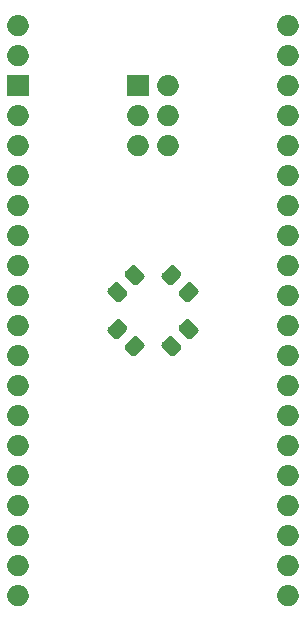
<source format=gbr>
G04 #@! TF.GenerationSoftware,KiCad,Pcbnew,5.99.0-unknown-8bd2765~86~ubuntu18.04.1*
G04 #@! TF.CreationDate,2019-12-15T18:04:07+00:00*
G04 #@! TF.ProjectId,ATF1502AS-EVB,41544631-3530-4324-9153-2d4556422e6b,rev?*
G04 #@! TF.SameCoordinates,Original*
G04 #@! TF.FileFunction,Soldermask,Bot*
G04 #@! TF.FilePolarity,Negative*
%FSLAX46Y46*%
G04 Gerber Fmt 4.6, Leading zero omitted, Abs format (unit mm)*
G04 Created by KiCad (PCBNEW 5.99.0-unknown-8bd2765~86~ubuntu18.04.1) date 2019-12-15 18:04:07*
%MOMM*%
%LPD*%
G04 APERTURE LIST*
G04 APERTURE END LIST*
G36*
X50849902Y-98159283D02*
G01*
X50894637Y-98159595D01*
X50938460Y-98168590D01*
X50988360Y-98173835D01*
X51030132Y-98187408D01*
X51067723Y-98195124D01*
X51114851Y-98214935D01*
X51168488Y-98232363D01*
X51201099Y-98251191D01*
X51230614Y-98263598D01*
X51278301Y-98295763D01*
X51332511Y-98327061D01*
X51355826Y-98348054D01*
X51377101Y-98362404D01*
X51422183Y-98407802D01*
X51473261Y-98453793D01*
X51488003Y-98474083D01*
X51501608Y-98487784D01*
X51540643Y-98546537D01*
X51584586Y-98607019D01*
X51592221Y-98624168D01*
X51599388Y-98634955D01*
X51628865Y-98706472D01*
X51661621Y-98780042D01*
X51664211Y-98792225D01*
X51666724Y-98798323D01*
X51683292Y-98881997D01*
X51700999Y-98965301D01*
X51700999Y-99154699D01*
X51698115Y-99168269D01*
X51698030Y-99174331D01*
X51679342Y-99256585D01*
X51661621Y-99339958D01*
X51659129Y-99345555D01*
X51659078Y-99345780D01*
X51587210Y-99507197D01*
X51587078Y-99507385D01*
X51584586Y-99512981D01*
X51534480Y-99581946D01*
X51485357Y-99651582D01*
X51480585Y-99656126D01*
X51473261Y-99666207D01*
X51413396Y-99720110D01*
X51357396Y-99773438D01*
X51346464Y-99780376D01*
X51332511Y-99792939D01*
X51267764Y-99830321D01*
X51208211Y-99868114D01*
X51190209Y-99875097D01*
X51168488Y-99887637D01*
X51103115Y-99908878D01*
X51043468Y-99932014D01*
X51018200Y-99936469D01*
X50988360Y-99946165D01*
X50926095Y-99952709D01*
X50869460Y-99962695D01*
X50837459Y-99962025D01*
X50800000Y-99965962D01*
X50743902Y-99960066D01*
X50692799Y-99958996D01*
X50655323Y-99950756D01*
X50611640Y-99946165D01*
X50563917Y-99930659D01*
X50520225Y-99921052D01*
X50479230Y-99903142D01*
X50431512Y-99887637D01*
X50393473Y-99865675D01*
X50358310Y-99850313D01*
X50316337Y-99821141D01*
X50267489Y-99792939D01*
X50239504Y-99767741D01*
X50213215Y-99749470D01*
X50173257Y-99708092D01*
X50126739Y-99666207D01*
X50108296Y-99640823D01*
X50090473Y-99622366D01*
X50055821Y-99568597D01*
X50015414Y-99512981D01*
X50005212Y-99490066D01*
X49994754Y-99473839D01*
X49968789Y-99408261D01*
X49938379Y-99339958D01*
X49934476Y-99321596D01*
X49929707Y-99309551D01*
X49915740Y-99233448D01*
X49899001Y-99154699D01*
X49899001Y-99142246D01*
X49897811Y-99135762D01*
X49899001Y-99050535D01*
X49899001Y-98965301D01*
X49900275Y-98959308D01*
X49900278Y-98959077D01*
X49937015Y-98786246D01*
X49937105Y-98786036D01*
X49938379Y-98780042D01*
X49973042Y-98702188D01*
X50006622Y-98623839D01*
X50010348Y-98618397D01*
X50015414Y-98607019D01*
X50062746Y-98541872D01*
X50106452Y-98478041D01*
X50115706Y-98468979D01*
X50126739Y-98453793D01*
X50182297Y-98403769D01*
X50232693Y-98354417D01*
X50248848Y-98343846D01*
X50267489Y-98327061D01*
X50327026Y-98292687D01*
X50380551Y-98257662D01*
X50404340Y-98248050D01*
X50431512Y-98232363D01*
X50491045Y-98213019D01*
X50544376Y-98191472D01*
X50575820Y-98185474D01*
X50611640Y-98173835D01*
X50667744Y-98167938D01*
X50717945Y-98158362D01*
X50756312Y-98158630D01*
X50800000Y-98154038D01*
X50849902Y-98159283D01*
G37*
G36*
X73709902Y-98159283D02*
G01*
X73754637Y-98159595D01*
X73798460Y-98168590D01*
X73848360Y-98173835D01*
X73890132Y-98187408D01*
X73927723Y-98195124D01*
X73974851Y-98214935D01*
X74028488Y-98232363D01*
X74061099Y-98251191D01*
X74090614Y-98263598D01*
X74138301Y-98295763D01*
X74192511Y-98327061D01*
X74215826Y-98348054D01*
X74237101Y-98362404D01*
X74282183Y-98407802D01*
X74333261Y-98453793D01*
X74348003Y-98474083D01*
X74361608Y-98487784D01*
X74400643Y-98546537D01*
X74444586Y-98607019D01*
X74452221Y-98624168D01*
X74459388Y-98634955D01*
X74488865Y-98706472D01*
X74521621Y-98780042D01*
X74524211Y-98792225D01*
X74526724Y-98798323D01*
X74543292Y-98881997D01*
X74560999Y-98965301D01*
X74560999Y-99154699D01*
X74558115Y-99168269D01*
X74558030Y-99174331D01*
X74539342Y-99256585D01*
X74521621Y-99339958D01*
X74519129Y-99345555D01*
X74519078Y-99345780D01*
X74447210Y-99507197D01*
X74447078Y-99507385D01*
X74444586Y-99512981D01*
X74394480Y-99581946D01*
X74345357Y-99651582D01*
X74340585Y-99656126D01*
X74333261Y-99666207D01*
X74273396Y-99720110D01*
X74217396Y-99773438D01*
X74206464Y-99780376D01*
X74192511Y-99792939D01*
X74127764Y-99830321D01*
X74068211Y-99868114D01*
X74050209Y-99875097D01*
X74028488Y-99887637D01*
X73963115Y-99908878D01*
X73903468Y-99932014D01*
X73878200Y-99936469D01*
X73848360Y-99946165D01*
X73786095Y-99952709D01*
X73729460Y-99962695D01*
X73697459Y-99962025D01*
X73660000Y-99965962D01*
X73603902Y-99960066D01*
X73552799Y-99958996D01*
X73515323Y-99950756D01*
X73471640Y-99946165D01*
X73423917Y-99930659D01*
X73380225Y-99921052D01*
X73339230Y-99903142D01*
X73291512Y-99887637D01*
X73253473Y-99865675D01*
X73218310Y-99850313D01*
X73176337Y-99821141D01*
X73127489Y-99792939D01*
X73099504Y-99767741D01*
X73073215Y-99749470D01*
X73033257Y-99708092D01*
X72986739Y-99666207D01*
X72968296Y-99640823D01*
X72950473Y-99622366D01*
X72915821Y-99568597D01*
X72875414Y-99512981D01*
X72865212Y-99490066D01*
X72854754Y-99473839D01*
X72828789Y-99408261D01*
X72798379Y-99339958D01*
X72794476Y-99321596D01*
X72789707Y-99309551D01*
X72775740Y-99233448D01*
X72759001Y-99154699D01*
X72759001Y-99142246D01*
X72757811Y-99135762D01*
X72759001Y-99050535D01*
X72759001Y-98965301D01*
X72760275Y-98959308D01*
X72760278Y-98959077D01*
X72797015Y-98786246D01*
X72797105Y-98786036D01*
X72798379Y-98780042D01*
X72833042Y-98702188D01*
X72866622Y-98623839D01*
X72870348Y-98618397D01*
X72875414Y-98607019D01*
X72922746Y-98541872D01*
X72966452Y-98478041D01*
X72975706Y-98468979D01*
X72986739Y-98453793D01*
X73042297Y-98403769D01*
X73092693Y-98354417D01*
X73108848Y-98343846D01*
X73127489Y-98327061D01*
X73187026Y-98292687D01*
X73240551Y-98257662D01*
X73264340Y-98248050D01*
X73291512Y-98232363D01*
X73351045Y-98213019D01*
X73404376Y-98191472D01*
X73435820Y-98185474D01*
X73471640Y-98173835D01*
X73527744Y-98167938D01*
X73577945Y-98158362D01*
X73616312Y-98158630D01*
X73660000Y-98154038D01*
X73709902Y-98159283D01*
G37*
G36*
X50849902Y-95619283D02*
G01*
X50894637Y-95619595D01*
X50938460Y-95628590D01*
X50988360Y-95633835D01*
X51030132Y-95647408D01*
X51067723Y-95655124D01*
X51114851Y-95674935D01*
X51168488Y-95692363D01*
X51201099Y-95711191D01*
X51230614Y-95723598D01*
X51278301Y-95755763D01*
X51332511Y-95787061D01*
X51355826Y-95808054D01*
X51377101Y-95822404D01*
X51422183Y-95867802D01*
X51473261Y-95913793D01*
X51488003Y-95934083D01*
X51501608Y-95947784D01*
X51540643Y-96006537D01*
X51584586Y-96067019D01*
X51592221Y-96084168D01*
X51599388Y-96094955D01*
X51628865Y-96166472D01*
X51661621Y-96240042D01*
X51664211Y-96252225D01*
X51666724Y-96258323D01*
X51683292Y-96341997D01*
X51700999Y-96425301D01*
X51700999Y-96614699D01*
X51698115Y-96628269D01*
X51698030Y-96634331D01*
X51679342Y-96716585D01*
X51661621Y-96799958D01*
X51659129Y-96805555D01*
X51659078Y-96805780D01*
X51587210Y-96967197D01*
X51587078Y-96967385D01*
X51584586Y-96972981D01*
X51534480Y-97041946D01*
X51485357Y-97111582D01*
X51480585Y-97116126D01*
X51473261Y-97126207D01*
X51413396Y-97180110D01*
X51357396Y-97233438D01*
X51346464Y-97240376D01*
X51332511Y-97252939D01*
X51267764Y-97290321D01*
X51208211Y-97328114D01*
X51190209Y-97335097D01*
X51168488Y-97347637D01*
X51103115Y-97368878D01*
X51043468Y-97392014D01*
X51018200Y-97396469D01*
X50988360Y-97406165D01*
X50926095Y-97412709D01*
X50869460Y-97422695D01*
X50837459Y-97422025D01*
X50800000Y-97425962D01*
X50743902Y-97420066D01*
X50692799Y-97418996D01*
X50655323Y-97410756D01*
X50611640Y-97406165D01*
X50563917Y-97390659D01*
X50520225Y-97381052D01*
X50479230Y-97363142D01*
X50431512Y-97347637D01*
X50393473Y-97325675D01*
X50358310Y-97310313D01*
X50316337Y-97281141D01*
X50267489Y-97252939D01*
X50239504Y-97227741D01*
X50213215Y-97209470D01*
X50173257Y-97168092D01*
X50126739Y-97126207D01*
X50108296Y-97100823D01*
X50090473Y-97082366D01*
X50055821Y-97028597D01*
X50015414Y-96972981D01*
X50005212Y-96950066D01*
X49994754Y-96933839D01*
X49968789Y-96868261D01*
X49938379Y-96799958D01*
X49934476Y-96781596D01*
X49929707Y-96769551D01*
X49915740Y-96693448D01*
X49899001Y-96614699D01*
X49899001Y-96602246D01*
X49897811Y-96595762D01*
X49899001Y-96510535D01*
X49899001Y-96425301D01*
X49900275Y-96419308D01*
X49900278Y-96419077D01*
X49937015Y-96246246D01*
X49937105Y-96246036D01*
X49938379Y-96240042D01*
X49973042Y-96162188D01*
X50006622Y-96083839D01*
X50010348Y-96078397D01*
X50015414Y-96067019D01*
X50062746Y-96001872D01*
X50106452Y-95938041D01*
X50115706Y-95928979D01*
X50126739Y-95913793D01*
X50182297Y-95863769D01*
X50232693Y-95814417D01*
X50248848Y-95803846D01*
X50267489Y-95787061D01*
X50327026Y-95752687D01*
X50380551Y-95717662D01*
X50404340Y-95708050D01*
X50431512Y-95692363D01*
X50491045Y-95673019D01*
X50544376Y-95651472D01*
X50575820Y-95645474D01*
X50611640Y-95633835D01*
X50667744Y-95627938D01*
X50717945Y-95618362D01*
X50756312Y-95618630D01*
X50800000Y-95614038D01*
X50849902Y-95619283D01*
G37*
G36*
X73709902Y-95619283D02*
G01*
X73754637Y-95619595D01*
X73798460Y-95628590D01*
X73848360Y-95633835D01*
X73890132Y-95647408D01*
X73927723Y-95655124D01*
X73974851Y-95674935D01*
X74028488Y-95692363D01*
X74061099Y-95711191D01*
X74090614Y-95723598D01*
X74138301Y-95755763D01*
X74192511Y-95787061D01*
X74215826Y-95808054D01*
X74237101Y-95822404D01*
X74282183Y-95867802D01*
X74333261Y-95913793D01*
X74348003Y-95934083D01*
X74361608Y-95947784D01*
X74400643Y-96006537D01*
X74444586Y-96067019D01*
X74452221Y-96084168D01*
X74459388Y-96094955D01*
X74488865Y-96166472D01*
X74521621Y-96240042D01*
X74524211Y-96252225D01*
X74526724Y-96258323D01*
X74543292Y-96341997D01*
X74560999Y-96425301D01*
X74560999Y-96614699D01*
X74558115Y-96628269D01*
X74558030Y-96634331D01*
X74539342Y-96716585D01*
X74521621Y-96799958D01*
X74519129Y-96805555D01*
X74519078Y-96805780D01*
X74447210Y-96967197D01*
X74447078Y-96967385D01*
X74444586Y-96972981D01*
X74394480Y-97041946D01*
X74345357Y-97111582D01*
X74340585Y-97116126D01*
X74333261Y-97126207D01*
X74273396Y-97180110D01*
X74217396Y-97233438D01*
X74206464Y-97240376D01*
X74192511Y-97252939D01*
X74127764Y-97290321D01*
X74068211Y-97328114D01*
X74050209Y-97335097D01*
X74028488Y-97347637D01*
X73963115Y-97368878D01*
X73903468Y-97392014D01*
X73878200Y-97396469D01*
X73848360Y-97406165D01*
X73786095Y-97412709D01*
X73729460Y-97422695D01*
X73697459Y-97422025D01*
X73660000Y-97425962D01*
X73603902Y-97420066D01*
X73552799Y-97418996D01*
X73515323Y-97410756D01*
X73471640Y-97406165D01*
X73423917Y-97390659D01*
X73380225Y-97381052D01*
X73339230Y-97363142D01*
X73291512Y-97347637D01*
X73253473Y-97325675D01*
X73218310Y-97310313D01*
X73176337Y-97281141D01*
X73127489Y-97252939D01*
X73099504Y-97227741D01*
X73073215Y-97209470D01*
X73033257Y-97168092D01*
X72986739Y-97126207D01*
X72968296Y-97100823D01*
X72950473Y-97082366D01*
X72915821Y-97028597D01*
X72875414Y-96972981D01*
X72865212Y-96950066D01*
X72854754Y-96933839D01*
X72828789Y-96868261D01*
X72798379Y-96799958D01*
X72794476Y-96781596D01*
X72789707Y-96769551D01*
X72775740Y-96693448D01*
X72759001Y-96614699D01*
X72759001Y-96602246D01*
X72757811Y-96595762D01*
X72759001Y-96510535D01*
X72759001Y-96425301D01*
X72760275Y-96419308D01*
X72760278Y-96419077D01*
X72797015Y-96246246D01*
X72797105Y-96246036D01*
X72798379Y-96240042D01*
X72833042Y-96162188D01*
X72866622Y-96083839D01*
X72870348Y-96078397D01*
X72875414Y-96067019D01*
X72922746Y-96001872D01*
X72966452Y-95938041D01*
X72975706Y-95928979D01*
X72986739Y-95913793D01*
X73042297Y-95863769D01*
X73092693Y-95814417D01*
X73108848Y-95803846D01*
X73127489Y-95787061D01*
X73187026Y-95752687D01*
X73240551Y-95717662D01*
X73264340Y-95708050D01*
X73291512Y-95692363D01*
X73351045Y-95673019D01*
X73404376Y-95651472D01*
X73435820Y-95645474D01*
X73471640Y-95633835D01*
X73527744Y-95627938D01*
X73577945Y-95618362D01*
X73616312Y-95618630D01*
X73660000Y-95614038D01*
X73709902Y-95619283D01*
G37*
G36*
X50849902Y-93079283D02*
G01*
X50894637Y-93079595D01*
X50938460Y-93088590D01*
X50988360Y-93093835D01*
X51030132Y-93107408D01*
X51067723Y-93115124D01*
X51114851Y-93134935D01*
X51168488Y-93152363D01*
X51201099Y-93171191D01*
X51230614Y-93183598D01*
X51278301Y-93215763D01*
X51332511Y-93247061D01*
X51355826Y-93268054D01*
X51377101Y-93282404D01*
X51422183Y-93327802D01*
X51473261Y-93373793D01*
X51488003Y-93394083D01*
X51501608Y-93407784D01*
X51540643Y-93466537D01*
X51584586Y-93527019D01*
X51592221Y-93544168D01*
X51599388Y-93554955D01*
X51628865Y-93626472D01*
X51661621Y-93700042D01*
X51664211Y-93712225D01*
X51666724Y-93718323D01*
X51683292Y-93801997D01*
X51700999Y-93885301D01*
X51700999Y-94074699D01*
X51698115Y-94088269D01*
X51698030Y-94094331D01*
X51679342Y-94176585D01*
X51661621Y-94259958D01*
X51659129Y-94265555D01*
X51659078Y-94265780D01*
X51587210Y-94427197D01*
X51587078Y-94427385D01*
X51584586Y-94432981D01*
X51534480Y-94501946D01*
X51485357Y-94571582D01*
X51480585Y-94576126D01*
X51473261Y-94586207D01*
X51413396Y-94640110D01*
X51357396Y-94693438D01*
X51346464Y-94700376D01*
X51332511Y-94712939D01*
X51267764Y-94750321D01*
X51208211Y-94788114D01*
X51190209Y-94795097D01*
X51168488Y-94807637D01*
X51103115Y-94828878D01*
X51043468Y-94852014D01*
X51018200Y-94856469D01*
X50988360Y-94866165D01*
X50926095Y-94872709D01*
X50869460Y-94882695D01*
X50837459Y-94882025D01*
X50800000Y-94885962D01*
X50743902Y-94880066D01*
X50692799Y-94878996D01*
X50655323Y-94870756D01*
X50611640Y-94866165D01*
X50563917Y-94850659D01*
X50520225Y-94841052D01*
X50479230Y-94823142D01*
X50431512Y-94807637D01*
X50393473Y-94785675D01*
X50358310Y-94770313D01*
X50316337Y-94741141D01*
X50267489Y-94712939D01*
X50239504Y-94687741D01*
X50213215Y-94669470D01*
X50173257Y-94628092D01*
X50126739Y-94586207D01*
X50108296Y-94560823D01*
X50090473Y-94542366D01*
X50055821Y-94488597D01*
X50015414Y-94432981D01*
X50005212Y-94410066D01*
X49994754Y-94393839D01*
X49968789Y-94328261D01*
X49938379Y-94259958D01*
X49934476Y-94241596D01*
X49929707Y-94229551D01*
X49915740Y-94153448D01*
X49899001Y-94074699D01*
X49899001Y-94062246D01*
X49897811Y-94055762D01*
X49899001Y-93970535D01*
X49899001Y-93885301D01*
X49900275Y-93879308D01*
X49900278Y-93879077D01*
X49937015Y-93706246D01*
X49937105Y-93706036D01*
X49938379Y-93700042D01*
X49973042Y-93622188D01*
X50006622Y-93543839D01*
X50010348Y-93538397D01*
X50015414Y-93527019D01*
X50062746Y-93461872D01*
X50106452Y-93398041D01*
X50115706Y-93388979D01*
X50126739Y-93373793D01*
X50182297Y-93323769D01*
X50232693Y-93274417D01*
X50248848Y-93263846D01*
X50267489Y-93247061D01*
X50327026Y-93212687D01*
X50380551Y-93177662D01*
X50404340Y-93168050D01*
X50431512Y-93152363D01*
X50491045Y-93133019D01*
X50544376Y-93111472D01*
X50575820Y-93105474D01*
X50611640Y-93093835D01*
X50667744Y-93087938D01*
X50717945Y-93078362D01*
X50756312Y-93078630D01*
X50800000Y-93074038D01*
X50849902Y-93079283D01*
G37*
G36*
X73709902Y-93079283D02*
G01*
X73754637Y-93079595D01*
X73798460Y-93088590D01*
X73848360Y-93093835D01*
X73890132Y-93107408D01*
X73927723Y-93115124D01*
X73974851Y-93134935D01*
X74028488Y-93152363D01*
X74061099Y-93171191D01*
X74090614Y-93183598D01*
X74138301Y-93215763D01*
X74192511Y-93247061D01*
X74215826Y-93268054D01*
X74237101Y-93282404D01*
X74282183Y-93327802D01*
X74333261Y-93373793D01*
X74348003Y-93394083D01*
X74361608Y-93407784D01*
X74400643Y-93466537D01*
X74444586Y-93527019D01*
X74452221Y-93544168D01*
X74459388Y-93554955D01*
X74488865Y-93626472D01*
X74521621Y-93700042D01*
X74524211Y-93712225D01*
X74526724Y-93718323D01*
X74543292Y-93801997D01*
X74560999Y-93885301D01*
X74560999Y-94074699D01*
X74558115Y-94088269D01*
X74558030Y-94094331D01*
X74539342Y-94176585D01*
X74521621Y-94259958D01*
X74519129Y-94265555D01*
X74519078Y-94265780D01*
X74447210Y-94427197D01*
X74447078Y-94427385D01*
X74444586Y-94432981D01*
X74394480Y-94501946D01*
X74345357Y-94571582D01*
X74340585Y-94576126D01*
X74333261Y-94586207D01*
X74273396Y-94640110D01*
X74217396Y-94693438D01*
X74206464Y-94700376D01*
X74192511Y-94712939D01*
X74127764Y-94750321D01*
X74068211Y-94788114D01*
X74050209Y-94795097D01*
X74028488Y-94807637D01*
X73963115Y-94828878D01*
X73903468Y-94852014D01*
X73878200Y-94856469D01*
X73848360Y-94866165D01*
X73786095Y-94872709D01*
X73729460Y-94882695D01*
X73697459Y-94882025D01*
X73660000Y-94885962D01*
X73603902Y-94880066D01*
X73552799Y-94878996D01*
X73515323Y-94870756D01*
X73471640Y-94866165D01*
X73423917Y-94850659D01*
X73380225Y-94841052D01*
X73339230Y-94823142D01*
X73291512Y-94807637D01*
X73253473Y-94785675D01*
X73218310Y-94770313D01*
X73176337Y-94741141D01*
X73127489Y-94712939D01*
X73099504Y-94687741D01*
X73073215Y-94669470D01*
X73033257Y-94628092D01*
X72986739Y-94586207D01*
X72968296Y-94560823D01*
X72950473Y-94542366D01*
X72915821Y-94488597D01*
X72875414Y-94432981D01*
X72865212Y-94410066D01*
X72854754Y-94393839D01*
X72828789Y-94328261D01*
X72798379Y-94259958D01*
X72794476Y-94241596D01*
X72789707Y-94229551D01*
X72775740Y-94153448D01*
X72759001Y-94074699D01*
X72759001Y-94062246D01*
X72757811Y-94055762D01*
X72759001Y-93970535D01*
X72759001Y-93885301D01*
X72760275Y-93879308D01*
X72760278Y-93879077D01*
X72797015Y-93706246D01*
X72797105Y-93706036D01*
X72798379Y-93700042D01*
X72833042Y-93622188D01*
X72866622Y-93543839D01*
X72870348Y-93538397D01*
X72875414Y-93527019D01*
X72922746Y-93461872D01*
X72966452Y-93398041D01*
X72975706Y-93388979D01*
X72986739Y-93373793D01*
X73042297Y-93323769D01*
X73092693Y-93274417D01*
X73108848Y-93263846D01*
X73127489Y-93247061D01*
X73187026Y-93212687D01*
X73240551Y-93177662D01*
X73264340Y-93168050D01*
X73291512Y-93152363D01*
X73351045Y-93133019D01*
X73404376Y-93111472D01*
X73435820Y-93105474D01*
X73471640Y-93093835D01*
X73527744Y-93087938D01*
X73577945Y-93078362D01*
X73616312Y-93078630D01*
X73660000Y-93074038D01*
X73709902Y-93079283D01*
G37*
G36*
X73709902Y-90539283D02*
G01*
X73754637Y-90539595D01*
X73798460Y-90548590D01*
X73848360Y-90553835D01*
X73890132Y-90567408D01*
X73927723Y-90575124D01*
X73974851Y-90594935D01*
X74028488Y-90612363D01*
X74061099Y-90631191D01*
X74090614Y-90643598D01*
X74138301Y-90675763D01*
X74192511Y-90707061D01*
X74215826Y-90728054D01*
X74237101Y-90742404D01*
X74282183Y-90787802D01*
X74333261Y-90833793D01*
X74348003Y-90854083D01*
X74361608Y-90867784D01*
X74400643Y-90926537D01*
X74444586Y-90987019D01*
X74452221Y-91004168D01*
X74459388Y-91014955D01*
X74488865Y-91086472D01*
X74521621Y-91160042D01*
X74524211Y-91172225D01*
X74526724Y-91178323D01*
X74543292Y-91261997D01*
X74560999Y-91345301D01*
X74560999Y-91534699D01*
X74558115Y-91548269D01*
X74558030Y-91554331D01*
X74539342Y-91636585D01*
X74521621Y-91719958D01*
X74519129Y-91725555D01*
X74519078Y-91725780D01*
X74447210Y-91887197D01*
X74447078Y-91887385D01*
X74444586Y-91892981D01*
X74394480Y-91961946D01*
X74345357Y-92031582D01*
X74340585Y-92036126D01*
X74333261Y-92046207D01*
X74273396Y-92100110D01*
X74217396Y-92153438D01*
X74206464Y-92160376D01*
X74192511Y-92172939D01*
X74127764Y-92210321D01*
X74068211Y-92248114D01*
X74050209Y-92255097D01*
X74028488Y-92267637D01*
X73963115Y-92288878D01*
X73903468Y-92312014D01*
X73878200Y-92316469D01*
X73848360Y-92326165D01*
X73786095Y-92332709D01*
X73729460Y-92342695D01*
X73697459Y-92342025D01*
X73660000Y-92345962D01*
X73603902Y-92340066D01*
X73552799Y-92338996D01*
X73515323Y-92330756D01*
X73471640Y-92326165D01*
X73423917Y-92310659D01*
X73380225Y-92301052D01*
X73339230Y-92283142D01*
X73291512Y-92267637D01*
X73253473Y-92245675D01*
X73218310Y-92230313D01*
X73176337Y-92201141D01*
X73127489Y-92172939D01*
X73099504Y-92147741D01*
X73073215Y-92129470D01*
X73033257Y-92088092D01*
X72986739Y-92046207D01*
X72968296Y-92020823D01*
X72950473Y-92002366D01*
X72915821Y-91948597D01*
X72875414Y-91892981D01*
X72865212Y-91870066D01*
X72854754Y-91853839D01*
X72828789Y-91788261D01*
X72798379Y-91719958D01*
X72794476Y-91701596D01*
X72789707Y-91689551D01*
X72775740Y-91613448D01*
X72759001Y-91534699D01*
X72759001Y-91522246D01*
X72757811Y-91515762D01*
X72759001Y-91430535D01*
X72759001Y-91345301D01*
X72760275Y-91339308D01*
X72760278Y-91339077D01*
X72797015Y-91166246D01*
X72797105Y-91166036D01*
X72798379Y-91160042D01*
X72833042Y-91082188D01*
X72866622Y-91003839D01*
X72870348Y-90998397D01*
X72875414Y-90987019D01*
X72922746Y-90921872D01*
X72966452Y-90858041D01*
X72975706Y-90848979D01*
X72986739Y-90833793D01*
X73042297Y-90783769D01*
X73092693Y-90734417D01*
X73108848Y-90723846D01*
X73127489Y-90707061D01*
X73187026Y-90672687D01*
X73240551Y-90637662D01*
X73264340Y-90628050D01*
X73291512Y-90612363D01*
X73351045Y-90593019D01*
X73404376Y-90571472D01*
X73435820Y-90565474D01*
X73471640Y-90553835D01*
X73527744Y-90547938D01*
X73577945Y-90538362D01*
X73616312Y-90538630D01*
X73660000Y-90534038D01*
X73709902Y-90539283D01*
G37*
G36*
X50849902Y-90539283D02*
G01*
X50894637Y-90539595D01*
X50938460Y-90548590D01*
X50988360Y-90553835D01*
X51030132Y-90567408D01*
X51067723Y-90575124D01*
X51114851Y-90594935D01*
X51168488Y-90612363D01*
X51201099Y-90631191D01*
X51230614Y-90643598D01*
X51278301Y-90675763D01*
X51332511Y-90707061D01*
X51355826Y-90728054D01*
X51377101Y-90742404D01*
X51422183Y-90787802D01*
X51473261Y-90833793D01*
X51488003Y-90854083D01*
X51501608Y-90867784D01*
X51540643Y-90926537D01*
X51584586Y-90987019D01*
X51592221Y-91004168D01*
X51599388Y-91014955D01*
X51628865Y-91086472D01*
X51661621Y-91160042D01*
X51664211Y-91172225D01*
X51666724Y-91178323D01*
X51683292Y-91261997D01*
X51700999Y-91345301D01*
X51700999Y-91534699D01*
X51698115Y-91548269D01*
X51698030Y-91554331D01*
X51679342Y-91636585D01*
X51661621Y-91719958D01*
X51659129Y-91725555D01*
X51659078Y-91725780D01*
X51587210Y-91887197D01*
X51587078Y-91887385D01*
X51584586Y-91892981D01*
X51534480Y-91961946D01*
X51485357Y-92031582D01*
X51480585Y-92036126D01*
X51473261Y-92046207D01*
X51413396Y-92100110D01*
X51357396Y-92153438D01*
X51346464Y-92160376D01*
X51332511Y-92172939D01*
X51267764Y-92210321D01*
X51208211Y-92248114D01*
X51190209Y-92255097D01*
X51168488Y-92267637D01*
X51103115Y-92288878D01*
X51043468Y-92312014D01*
X51018200Y-92316469D01*
X50988360Y-92326165D01*
X50926095Y-92332709D01*
X50869460Y-92342695D01*
X50837459Y-92342025D01*
X50800000Y-92345962D01*
X50743902Y-92340066D01*
X50692799Y-92338996D01*
X50655323Y-92330756D01*
X50611640Y-92326165D01*
X50563917Y-92310659D01*
X50520225Y-92301052D01*
X50479230Y-92283142D01*
X50431512Y-92267637D01*
X50393473Y-92245675D01*
X50358310Y-92230313D01*
X50316337Y-92201141D01*
X50267489Y-92172939D01*
X50239504Y-92147741D01*
X50213215Y-92129470D01*
X50173257Y-92088092D01*
X50126739Y-92046207D01*
X50108296Y-92020823D01*
X50090473Y-92002366D01*
X50055821Y-91948597D01*
X50015414Y-91892981D01*
X50005212Y-91870066D01*
X49994754Y-91853839D01*
X49968789Y-91788261D01*
X49938379Y-91719958D01*
X49934476Y-91701596D01*
X49929707Y-91689551D01*
X49915740Y-91613448D01*
X49899001Y-91534699D01*
X49899001Y-91522246D01*
X49897811Y-91515762D01*
X49899001Y-91430535D01*
X49899001Y-91345301D01*
X49900275Y-91339308D01*
X49900278Y-91339077D01*
X49937015Y-91166246D01*
X49937105Y-91166036D01*
X49938379Y-91160042D01*
X49973042Y-91082188D01*
X50006622Y-91003839D01*
X50010348Y-90998397D01*
X50015414Y-90987019D01*
X50062746Y-90921872D01*
X50106452Y-90858041D01*
X50115706Y-90848979D01*
X50126739Y-90833793D01*
X50182297Y-90783769D01*
X50232693Y-90734417D01*
X50248848Y-90723846D01*
X50267489Y-90707061D01*
X50327026Y-90672687D01*
X50380551Y-90637662D01*
X50404340Y-90628050D01*
X50431512Y-90612363D01*
X50491045Y-90593019D01*
X50544376Y-90571472D01*
X50575820Y-90565474D01*
X50611640Y-90553835D01*
X50667744Y-90547938D01*
X50717945Y-90538362D01*
X50756312Y-90538630D01*
X50800000Y-90534038D01*
X50849902Y-90539283D01*
G37*
G36*
X50849902Y-87999283D02*
G01*
X50894637Y-87999595D01*
X50938460Y-88008590D01*
X50988360Y-88013835D01*
X51030132Y-88027408D01*
X51067723Y-88035124D01*
X51114851Y-88054935D01*
X51168488Y-88072363D01*
X51201099Y-88091191D01*
X51230614Y-88103598D01*
X51278301Y-88135763D01*
X51332511Y-88167061D01*
X51355826Y-88188054D01*
X51377101Y-88202404D01*
X51422183Y-88247802D01*
X51473261Y-88293793D01*
X51488003Y-88314083D01*
X51501608Y-88327784D01*
X51540643Y-88386537D01*
X51584586Y-88447019D01*
X51592221Y-88464168D01*
X51599388Y-88474955D01*
X51628865Y-88546472D01*
X51661621Y-88620042D01*
X51664211Y-88632225D01*
X51666724Y-88638323D01*
X51683292Y-88721997D01*
X51700999Y-88805301D01*
X51700999Y-88994699D01*
X51698115Y-89008269D01*
X51698030Y-89014331D01*
X51679342Y-89096585D01*
X51661621Y-89179958D01*
X51659129Y-89185555D01*
X51659078Y-89185780D01*
X51587210Y-89347197D01*
X51587078Y-89347385D01*
X51584586Y-89352981D01*
X51534480Y-89421946D01*
X51485357Y-89491582D01*
X51480585Y-89496126D01*
X51473261Y-89506207D01*
X51413396Y-89560110D01*
X51357396Y-89613438D01*
X51346464Y-89620376D01*
X51332511Y-89632939D01*
X51267764Y-89670321D01*
X51208211Y-89708114D01*
X51190209Y-89715097D01*
X51168488Y-89727637D01*
X51103115Y-89748878D01*
X51043468Y-89772014D01*
X51018200Y-89776469D01*
X50988360Y-89786165D01*
X50926095Y-89792709D01*
X50869460Y-89802695D01*
X50837459Y-89802025D01*
X50800000Y-89805962D01*
X50743902Y-89800066D01*
X50692799Y-89798996D01*
X50655323Y-89790756D01*
X50611640Y-89786165D01*
X50563917Y-89770659D01*
X50520225Y-89761052D01*
X50479230Y-89743142D01*
X50431512Y-89727637D01*
X50393473Y-89705675D01*
X50358310Y-89690313D01*
X50316337Y-89661141D01*
X50267489Y-89632939D01*
X50239504Y-89607741D01*
X50213215Y-89589470D01*
X50173257Y-89548092D01*
X50126739Y-89506207D01*
X50108296Y-89480823D01*
X50090473Y-89462366D01*
X50055821Y-89408597D01*
X50015414Y-89352981D01*
X50005212Y-89330066D01*
X49994754Y-89313839D01*
X49968789Y-89248261D01*
X49938379Y-89179958D01*
X49934476Y-89161596D01*
X49929707Y-89149551D01*
X49915740Y-89073448D01*
X49899001Y-88994699D01*
X49899001Y-88982246D01*
X49897811Y-88975762D01*
X49899001Y-88890535D01*
X49899001Y-88805301D01*
X49900275Y-88799308D01*
X49900278Y-88799077D01*
X49937015Y-88626246D01*
X49937105Y-88626036D01*
X49938379Y-88620042D01*
X49973042Y-88542188D01*
X50006622Y-88463839D01*
X50010348Y-88458397D01*
X50015414Y-88447019D01*
X50062746Y-88381872D01*
X50106452Y-88318041D01*
X50115706Y-88308979D01*
X50126739Y-88293793D01*
X50182297Y-88243769D01*
X50232693Y-88194417D01*
X50248848Y-88183846D01*
X50267489Y-88167061D01*
X50327026Y-88132687D01*
X50380551Y-88097662D01*
X50404340Y-88088050D01*
X50431512Y-88072363D01*
X50491045Y-88053019D01*
X50544376Y-88031472D01*
X50575820Y-88025474D01*
X50611640Y-88013835D01*
X50667744Y-88007938D01*
X50717945Y-87998362D01*
X50756312Y-87998630D01*
X50800000Y-87994038D01*
X50849902Y-87999283D01*
G37*
G36*
X73709902Y-87999283D02*
G01*
X73754637Y-87999595D01*
X73798460Y-88008590D01*
X73848360Y-88013835D01*
X73890132Y-88027408D01*
X73927723Y-88035124D01*
X73974851Y-88054935D01*
X74028488Y-88072363D01*
X74061099Y-88091191D01*
X74090614Y-88103598D01*
X74138301Y-88135763D01*
X74192511Y-88167061D01*
X74215826Y-88188054D01*
X74237101Y-88202404D01*
X74282183Y-88247802D01*
X74333261Y-88293793D01*
X74348003Y-88314083D01*
X74361608Y-88327784D01*
X74400643Y-88386537D01*
X74444586Y-88447019D01*
X74452221Y-88464168D01*
X74459388Y-88474955D01*
X74488865Y-88546472D01*
X74521621Y-88620042D01*
X74524211Y-88632225D01*
X74526724Y-88638323D01*
X74543292Y-88721997D01*
X74560999Y-88805301D01*
X74560999Y-88994699D01*
X74558115Y-89008269D01*
X74558030Y-89014331D01*
X74539342Y-89096585D01*
X74521621Y-89179958D01*
X74519129Y-89185555D01*
X74519078Y-89185780D01*
X74447210Y-89347197D01*
X74447078Y-89347385D01*
X74444586Y-89352981D01*
X74394480Y-89421946D01*
X74345357Y-89491582D01*
X74340585Y-89496126D01*
X74333261Y-89506207D01*
X74273396Y-89560110D01*
X74217396Y-89613438D01*
X74206464Y-89620376D01*
X74192511Y-89632939D01*
X74127764Y-89670321D01*
X74068211Y-89708114D01*
X74050209Y-89715097D01*
X74028488Y-89727637D01*
X73963115Y-89748878D01*
X73903468Y-89772014D01*
X73878200Y-89776469D01*
X73848360Y-89786165D01*
X73786095Y-89792709D01*
X73729460Y-89802695D01*
X73697459Y-89802025D01*
X73660000Y-89805962D01*
X73603902Y-89800066D01*
X73552799Y-89798996D01*
X73515323Y-89790756D01*
X73471640Y-89786165D01*
X73423917Y-89770659D01*
X73380225Y-89761052D01*
X73339230Y-89743142D01*
X73291512Y-89727637D01*
X73253473Y-89705675D01*
X73218310Y-89690313D01*
X73176337Y-89661141D01*
X73127489Y-89632939D01*
X73099504Y-89607741D01*
X73073215Y-89589470D01*
X73033257Y-89548092D01*
X72986739Y-89506207D01*
X72968296Y-89480823D01*
X72950473Y-89462366D01*
X72915821Y-89408597D01*
X72875414Y-89352981D01*
X72865212Y-89330066D01*
X72854754Y-89313839D01*
X72828789Y-89248261D01*
X72798379Y-89179958D01*
X72794476Y-89161596D01*
X72789707Y-89149551D01*
X72775740Y-89073448D01*
X72759001Y-88994699D01*
X72759001Y-88982246D01*
X72757811Y-88975762D01*
X72759001Y-88890535D01*
X72759001Y-88805301D01*
X72760275Y-88799308D01*
X72760278Y-88799077D01*
X72797015Y-88626246D01*
X72797105Y-88626036D01*
X72798379Y-88620042D01*
X72833042Y-88542188D01*
X72866622Y-88463839D01*
X72870348Y-88458397D01*
X72875414Y-88447019D01*
X72922746Y-88381872D01*
X72966452Y-88318041D01*
X72975706Y-88308979D01*
X72986739Y-88293793D01*
X73042297Y-88243769D01*
X73092693Y-88194417D01*
X73108848Y-88183846D01*
X73127489Y-88167061D01*
X73187026Y-88132687D01*
X73240551Y-88097662D01*
X73264340Y-88088050D01*
X73291512Y-88072363D01*
X73351045Y-88053019D01*
X73404376Y-88031472D01*
X73435820Y-88025474D01*
X73471640Y-88013835D01*
X73527744Y-88007938D01*
X73577945Y-87998362D01*
X73616312Y-87998630D01*
X73660000Y-87994038D01*
X73709902Y-87999283D01*
G37*
G36*
X50849902Y-85459283D02*
G01*
X50894637Y-85459595D01*
X50938460Y-85468590D01*
X50988360Y-85473835D01*
X51030132Y-85487408D01*
X51067723Y-85495124D01*
X51114851Y-85514935D01*
X51168488Y-85532363D01*
X51201099Y-85551191D01*
X51230614Y-85563598D01*
X51278301Y-85595763D01*
X51332511Y-85627061D01*
X51355826Y-85648054D01*
X51377101Y-85662404D01*
X51422183Y-85707802D01*
X51473261Y-85753793D01*
X51488003Y-85774083D01*
X51501608Y-85787784D01*
X51540643Y-85846537D01*
X51584586Y-85907019D01*
X51592221Y-85924168D01*
X51599388Y-85934955D01*
X51628865Y-86006472D01*
X51661621Y-86080042D01*
X51664211Y-86092225D01*
X51666724Y-86098323D01*
X51683292Y-86181997D01*
X51700999Y-86265301D01*
X51700999Y-86454699D01*
X51698115Y-86468269D01*
X51698030Y-86474331D01*
X51679342Y-86556585D01*
X51661621Y-86639958D01*
X51659129Y-86645555D01*
X51659078Y-86645780D01*
X51587210Y-86807197D01*
X51587078Y-86807385D01*
X51584586Y-86812981D01*
X51534480Y-86881946D01*
X51485357Y-86951582D01*
X51480585Y-86956126D01*
X51473261Y-86966207D01*
X51413396Y-87020110D01*
X51357396Y-87073438D01*
X51346464Y-87080376D01*
X51332511Y-87092939D01*
X51267764Y-87130321D01*
X51208211Y-87168114D01*
X51190209Y-87175097D01*
X51168488Y-87187637D01*
X51103115Y-87208878D01*
X51043468Y-87232014D01*
X51018200Y-87236469D01*
X50988360Y-87246165D01*
X50926095Y-87252709D01*
X50869460Y-87262695D01*
X50837459Y-87262025D01*
X50800000Y-87265962D01*
X50743902Y-87260066D01*
X50692799Y-87258996D01*
X50655323Y-87250756D01*
X50611640Y-87246165D01*
X50563917Y-87230659D01*
X50520225Y-87221052D01*
X50479230Y-87203142D01*
X50431512Y-87187637D01*
X50393473Y-87165675D01*
X50358310Y-87150313D01*
X50316337Y-87121141D01*
X50267489Y-87092939D01*
X50239504Y-87067741D01*
X50213215Y-87049470D01*
X50173257Y-87008092D01*
X50126739Y-86966207D01*
X50108296Y-86940823D01*
X50090473Y-86922366D01*
X50055821Y-86868597D01*
X50015414Y-86812981D01*
X50005212Y-86790066D01*
X49994754Y-86773839D01*
X49968789Y-86708261D01*
X49938379Y-86639958D01*
X49934476Y-86621596D01*
X49929707Y-86609551D01*
X49915740Y-86533448D01*
X49899001Y-86454699D01*
X49899001Y-86442246D01*
X49897811Y-86435762D01*
X49899001Y-86350535D01*
X49899001Y-86265301D01*
X49900275Y-86259308D01*
X49900278Y-86259077D01*
X49937015Y-86086246D01*
X49937105Y-86086036D01*
X49938379Y-86080042D01*
X49973042Y-86002188D01*
X50006622Y-85923839D01*
X50010348Y-85918397D01*
X50015414Y-85907019D01*
X50062746Y-85841872D01*
X50106452Y-85778041D01*
X50115706Y-85768979D01*
X50126739Y-85753793D01*
X50182297Y-85703769D01*
X50232693Y-85654417D01*
X50248848Y-85643846D01*
X50267489Y-85627061D01*
X50327026Y-85592687D01*
X50380551Y-85557662D01*
X50404340Y-85548050D01*
X50431512Y-85532363D01*
X50491045Y-85513019D01*
X50544376Y-85491472D01*
X50575820Y-85485474D01*
X50611640Y-85473835D01*
X50667744Y-85467938D01*
X50717945Y-85458362D01*
X50756312Y-85458630D01*
X50800000Y-85454038D01*
X50849902Y-85459283D01*
G37*
G36*
X73709902Y-85459283D02*
G01*
X73754637Y-85459595D01*
X73798460Y-85468590D01*
X73848360Y-85473835D01*
X73890132Y-85487408D01*
X73927723Y-85495124D01*
X73974851Y-85514935D01*
X74028488Y-85532363D01*
X74061099Y-85551191D01*
X74090614Y-85563598D01*
X74138301Y-85595763D01*
X74192511Y-85627061D01*
X74215826Y-85648054D01*
X74237101Y-85662404D01*
X74282183Y-85707802D01*
X74333261Y-85753793D01*
X74348003Y-85774083D01*
X74361608Y-85787784D01*
X74400643Y-85846537D01*
X74444586Y-85907019D01*
X74452221Y-85924168D01*
X74459388Y-85934955D01*
X74488865Y-86006472D01*
X74521621Y-86080042D01*
X74524211Y-86092225D01*
X74526724Y-86098323D01*
X74543292Y-86181997D01*
X74560999Y-86265301D01*
X74560999Y-86454699D01*
X74558115Y-86468269D01*
X74558030Y-86474331D01*
X74539342Y-86556585D01*
X74521621Y-86639958D01*
X74519129Y-86645555D01*
X74519078Y-86645780D01*
X74447210Y-86807197D01*
X74447078Y-86807385D01*
X74444586Y-86812981D01*
X74394480Y-86881946D01*
X74345357Y-86951582D01*
X74340585Y-86956126D01*
X74333261Y-86966207D01*
X74273396Y-87020110D01*
X74217396Y-87073438D01*
X74206464Y-87080376D01*
X74192511Y-87092939D01*
X74127764Y-87130321D01*
X74068211Y-87168114D01*
X74050209Y-87175097D01*
X74028488Y-87187637D01*
X73963115Y-87208878D01*
X73903468Y-87232014D01*
X73878200Y-87236469D01*
X73848360Y-87246165D01*
X73786095Y-87252709D01*
X73729460Y-87262695D01*
X73697459Y-87262025D01*
X73660000Y-87265962D01*
X73603902Y-87260066D01*
X73552799Y-87258996D01*
X73515323Y-87250756D01*
X73471640Y-87246165D01*
X73423917Y-87230659D01*
X73380225Y-87221052D01*
X73339230Y-87203142D01*
X73291512Y-87187637D01*
X73253473Y-87165675D01*
X73218310Y-87150313D01*
X73176337Y-87121141D01*
X73127489Y-87092939D01*
X73099504Y-87067741D01*
X73073215Y-87049470D01*
X73033257Y-87008092D01*
X72986739Y-86966207D01*
X72968296Y-86940823D01*
X72950473Y-86922366D01*
X72915821Y-86868597D01*
X72875414Y-86812981D01*
X72865212Y-86790066D01*
X72854754Y-86773839D01*
X72828789Y-86708261D01*
X72798379Y-86639958D01*
X72794476Y-86621596D01*
X72789707Y-86609551D01*
X72775740Y-86533448D01*
X72759001Y-86454699D01*
X72759001Y-86442246D01*
X72757811Y-86435762D01*
X72759001Y-86350535D01*
X72759001Y-86265301D01*
X72760275Y-86259308D01*
X72760278Y-86259077D01*
X72797015Y-86086246D01*
X72797105Y-86086036D01*
X72798379Y-86080042D01*
X72833042Y-86002188D01*
X72866622Y-85923839D01*
X72870348Y-85918397D01*
X72875414Y-85907019D01*
X72922746Y-85841872D01*
X72966452Y-85778041D01*
X72975706Y-85768979D01*
X72986739Y-85753793D01*
X73042297Y-85703769D01*
X73092693Y-85654417D01*
X73108848Y-85643846D01*
X73127489Y-85627061D01*
X73187026Y-85592687D01*
X73240551Y-85557662D01*
X73264340Y-85548050D01*
X73291512Y-85532363D01*
X73351045Y-85513019D01*
X73404376Y-85491472D01*
X73435820Y-85485474D01*
X73471640Y-85473835D01*
X73527744Y-85467938D01*
X73577945Y-85458362D01*
X73616312Y-85458630D01*
X73660000Y-85454038D01*
X73709902Y-85459283D01*
G37*
G36*
X73709902Y-82919283D02*
G01*
X73754637Y-82919595D01*
X73798460Y-82928590D01*
X73848360Y-82933835D01*
X73890132Y-82947408D01*
X73927723Y-82955124D01*
X73974851Y-82974935D01*
X74028488Y-82992363D01*
X74061099Y-83011191D01*
X74090614Y-83023598D01*
X74138301Y-83055763D01*
X74192511Y-83087061D01*
X74215826Y-83108054D01*
X74237101Y-83122404D01*
X74282183Y-83167802D01*
X74333261Y-83213793D01*
X74348003Y-83234083D01*
X74361608Y-83247784D01*
X74400643Y-83306537D01*
X74444586Y-83367019D01*
X74452221Y-83384168D01*
X74459388Y-83394955D01*
X74488865Y-83466472D01*
X74521621Y-83540042D01*
X74524211Y-83552225D01*
X74526724Y-83558323D01*
X74543292Y-83641997D01*
X74560999Y-83725301D01*
X74560999Y-83914699D01*
X74558115Y-83928269D01*
X74558030Y-83934331D01*
X74539342Y-84016585D01*
X74521621Y-84099958D01*
X74519129Y-84105555D01*
X74519078Y-84105780D01*
X74447210Y-84267197D01*
X74447078Y-84267385D01*
X74444586Y-84272981D01*
X74394480Y-84341946D01*
X74345357Y-84411582D01*
X74340585Y-84416126D01*
X74333261Y-84426207D01*
X74273396Y-84480110D01*
X74217396Y-84533438D01*
X74206464Y-84540376D01*
X74192511Y-84552939D01*
X74127764Y-84590321D01*
X74068211Y-84628114D01*
X74050209Y-84635097D01*
X74028488Y-84647637D01*
X73963115Y-84668878D01*
X73903468Y-84692014D01*
X73878200Y-84696469D01*
X73848360Y-84706165D01*
X73786095Y-84712709D01*
X73729460Y-84722695D01*
X73697459Y-84722025D01*
X73660000Y-84725962D01*
X73603902Y-84720066D01*
X73552799Y-84718996D01*
X73515323Y-84710756D01*
X73471640Y-84706165D01*
X73423917Y-84690659D01*
X73380225Y-84681052D01*
X73339230Y-84663142D01*
X73291512Y-84647637D01*
X73253473Y-84625675D01*
X73218310Y-84610313D01*
X73176337Y-84581141D01*
X73127489Y-84552939D01*
X73099504Y-84527741D01*
X73073215Y-84509470D01*
X73033257Y-84468092D01*
X72986739Y-84426207D01*
X72968296Y-84400823D01*
X72950473Y-84382366D01*
X72915821Y-84328597D01*
X72875414Y-84272981D01*
X72865212Y-84250066D01*
X72854754Y-84233839D01*
X72828789Y-84168261D01*
X72798379Y-84099958D01*
X72794476Y-84081596D01*
X72789707Y-84069551D01*
X72775740Y-83993448D01*
X72759001Y-83914699D01*
X72759001Y-83902246D01*
X72757811Y-83895762D01*
X72759001Y-83810535D01*
X72759001Y-83725301D01*
X72760275Y-83719308D01*
X72760278Y-83719077D01*
X72797015Y-83546246D01*
X72797105Y-83546036D01*
X72798379Y-83540042D01*
X72833042Y-83462188D01*
X72866622Y-83383839D01*
X72870348Y-83378397D01*
X72875414Y-83367019D01*
X72922746Y-83301872D01*
X72966452Y-83238041D01*
X72975706Y-83228979D01*
X72986739Y-83213793D01*
X73042297Y-83163769D01*
X73092693Y-83114417D01*
X73108848Y-83103846D01*
X73127489Y-83087061D01*
X73187026Y-83052687D01*
X73240551Y-83017662D01*
X73264340Y-83008050D01*
X73291512Y-82992363D01*
X73351045Y-82973019D01*
X73404376Y-82951472D01*
X73435820Y-82945474D01*
X73471640Y-82933835D01*
X73527744Y-82927938D01*
X73577945Y-82918362D01*
X73616312Y-82918630D01*
X73660000Y-82914038D01*
X73709902Y-82919283D01*
G37*
G36*
X50849902Y-82919283D02*
G01*
X50894637Y-82919595D01*
X50938460Y-82928590D01*
X50988360Y-82933835D01*
X51030132Y-82947408D01*
X51067723Y-82955124D01*
X51114851Y-82974935D01*
X51168488Y-82992363D01*
X51201099Y-83011191D01*
X51230614Y-83023598D01*
X51278301Y-83055763D01*
X51332511Y-83087061D01*
X51355826Y-83108054D01*
X51377101Y-83122404D01*
X51422183Y-83167802D01*
X51473261Y-83213793D01*
X51488003Y-83234083D01*
X51501608Y-83247784D01*
X51540643Y-83306537D01*
X51584586Y-83367019D01*
X51592221Y-83384168D01*
X51599388Y-83394955D01*
X51628865Y-83466472D01*
X51661621Y-83540042D01*
X51664211Y-83552225D01*
X51666724Y-83558323D01*
X51683292Y-83641997D01*
X51700999Y-83725301D01*
X51700999Y-83914699D01*
X51698115Y-83928269D01*
X51698030Y-83934331D01*
X51679342Y-84016585D01*
X51661621Y-84099958D01*
X51659129Y-84105555D01*
X51659078Y-84105780D01*
X51587210Y-84267197D01*
X51587078Y-84267385D01*
X51584586Y-84272981D01*
X51534480Y-84341946D01*
X51485357Y-84411582D01*
X51480585Y-84416126D01*
X51473261Y-84426207D01*
X51413396Y-84480110D01*
X51357396Y-84533438D01*
X51346464Y-84540376D01*
X51332511Y-84552939D01*
X51267764Y-84590321D01*
X51208211Y-84628114D01*
X51190209Y-84635097D01*
X51168488Y-84647637D01*
X51103115Y-84668878D01*
X51043468Y-84692014D01*
X51018200Y-84696469D01*
X50988360Y-84706165D01*
X50926095Y-84712709D01*
X50869460Y-84722695D01*
X50837459Y-84722025D01*
X50800000Y-84725962D01*
X50743902Y-84720066D01*
X50692799Y-84718996D01*
X50655323Y-84710756D01*
X50611640Y-84706165D01*
X50563917Y-84690659D01*
X50520225Y-84681052D01*
X50479230Y-84663142D01*
X50431512Y-84647637D01*
X50393473Y-84625675D01*
X50358310Y-84610313D01*
X50316337Y-84581141D01*
X50267489Y-84552939D01*
X50239504Y-84527741D01*
X50213215Y-84509470D01*
X50173257Y-84468092D01*
X50126739Y-84426207D01*
X50108296Y-84400823D01*
X50090473Y-84382366D01*
X50055821Y-84328597D01*
X50015414Y-84272981D01*
X50005212Y-84250066D01*
X49994754Y-84233839D01*
X49968789Y-84168261D01*
X49938379Y-84099958D01*
X49934476Y-84081596D01*
X49929707Y-84069551D01*
X49915740Y-83993448D01*
X49899001Y-83914699D01*
X49899001Y-83902246D01*
X49897811Y-83895762D01*
X49899001Y-83810535D01*
X49899001Y-83725301D01*
X49900275Y-83719308D01*
X49900278Y-83719077D01*
X49937015Y-83546246D01*
X49937105Y-83546036D01*
X49938379Y-83540042D01*
X49973042Y-83462188D01*
X50006622Y-83383839D01*
X50010348Y-83378397D01*
X50015414Y-83367019D01*
X50062746Y-83301872D01*
X50106452Y-83238041D01*
X50115706Y-83228979D01*
X50126739Y-83213793D01*
X50182297Y-83163769D01*
X50232693Y-83114417D01*
X50248848Y-83103846D01*
X50267489Y-83087061D01*
X50327026Y-83052687D01*
X50380551Y-83017662D01*
X50404340Y-83008050D01*
X50431512Y-82992363D01*
X50491045Y-82973019D01*
X50544376Y-82951472D01*
X50575820Y-82945474D01*
X50611640Y-82933835D01*
X50667744Y-82927938D01*
X50717945Y-82918362D01*
X50756312Y-82918630D01*
X50800000Y-82914038D01*
X50849902Y-82919283D01*
G37*
G36*
X50849902Y-80379283D02*
G01*
X50894637Y-80379595D01*
X50938460Y-80388590D01*
X50988360Y-80393835D01*
X51030132Y-80407408D01*
X51067723Y-80415124D01*
X51114851Y-80434935D01*
X51168488Y-80452363D01*
X51201099Y-80471191D01*
X51230614Y-80483598D01*
X51278301Y-80515763D01*
X51332511Y-80547061D01*
X51355826Y-80568054D01*
X51377101Y-80582404D01*
X51422183Y-80627802D01*
X51473261Y-80673793D01*
X51488003Y-80694083D01*
X51501608Y-80707784D01*
X51540643Y-80766537D01*
X51584586Y-80827019D01*
X51592221Y-80844168D01*
X51599388Y-80854955D01*
X51628865Y-80926472D01*
X51661621Y-81000042D01*
X51664211Y-81012225D01*
X51666724Y-81018323D01*
X51683292Y-81101997D01*
X51700999Y-81185301D01*
X51700999Y-81374699D01*
X51698115Y-81388269D01*
X51698030Y-81394331D01*
X51679342Y-81476585D01*
X51661621Y-81559958D01*
X51659129Y-81565555D01*
X51659078Y-81565780D01*
X51587210Y-81727197D01*
X51587078Y-81727385D01*
X51584586Y-81732981D01*
X51534480Y-81801946D01*
X51485357Y-81871582D01*
X51480585Y-81876126D01*
X51473261Y-81886207D01*
X51413396Y-81940110D01*
X51357396Y-81993438D01*
X51346464Y-82000376D01*
X51332511Y-82012939D01*
X51267764Y-82050321D01*
X51208211Y-82088114D01*
X51190209Y-82095097D01*
X51168488Y-82107637D01*
X51103115Y-82128878D01*
X51043468Y-82152014D01*
X51018200Y-82156469D01*
X50988360Y-82166165D01*
X50926095Y-82172709D01*
X50869460Y-82182695D01*
X50837459Y-82182025D01*
X50800000Y-82185962D01*
X50743902Y-82180066D01*
X50692799Y-82178996D01*
X50655323Y-82170756D01*
X50611640Y-82166165D01*
X50563917Y-82150659D01*
X50520225Y-82141052D01*
X50479230Y-82123142D01*
X50431512Y-82107637D01*
X50393473Y-82085675D01*
X50358310Y-82070313D01*
X50316337Y-82041141D01*
X50267489Y-82012939D01*
X50239504Y-81987741D01*
X50213215Y-81969470D01*
X50173257Y-81928092D01*
X50126739Y-81886207D01*
X50108296Y-81860823D01*
X50090473Y-81842366D01*
X50055821Y-81788597D01*
X50015414Y-81732981D01*
X50005212Y-81710066D01*
X49994754Y-81693839D01*
X49968789Y-81628261D01*
X49938379Y-81559958D01*
X49934476Y-81541596D01*
X49929707Y-81529551D01*
X49915740Y-81453448D01*
X49899001Y-81374699D01*
X49899001Y-81362246D01*
X49897811Y-81355762D01*
X49899001Y-81270535D01*
X49899001Y-81185301D01*
X49900275Y-81179308D01*
X49900278Y-81179077D01*
X49937015Y-81006246D01*
X49937105Y-81006036D01*
X49938379Y-81000042D01*
X49973042Y-80922188D01*
X50006622Y-80843839D01*
X50010348Y-80838397D01*
X50015414Y-80827019D01*
X50062746Y-80761872D01*
X50106452Y-80698041D01*
X50115706Y-80688979D01*
X50126739Y-80673793D01*
X50182297Y-80623769D01*
X50232693Y-80574417D01*
X50248848Y-80563846D01*
X50267489Y-80547061D01*
X50327026Y-80512687D01*
X50380551Y-80477662D01*
X50404340Y-80468050D01*
X50431512Y-80452363D01*
X50491045Y-80433019D01*
X50544376Y-80411472D01*
X50575820Y-80405474D01*
X50611640Y-80393835D01*
X50667744Y-80387938D01*
X50717945Y-80378362D01*
X50756312Y-80378630D01*
X50800000Y-80374038D01*
X50849902Y-80379283D01*
G37*
G36*
X73709902Y-80379283D02*
G01*
X73754637Y-80379595D01*
X73798460Y-80388590D01*
X73848360Y-80393835D01*
X73890132Y-80407408D01*
X73927723Y-80415124D01*
X73974851Y-80434935D01*
X74028488Y-80452363D01*
X74061099Y-80471191D01*
X74090614Y-80483598D01*
X74138301Y-80515763D01*
X74192511Y-80547061D01*
X74215826Y-80568054D01*
X74237101Y-80582404D01*
X74282183Y-80627802D01*
X74333261Y-80673793D01*
X74348003Y-80694083D01*
X74361608Y-80707784D01*
X74400643Y-80766537D01*
X74444586Y-80827019D01*
X74452221Y-80844168D01*
X74459388Y-80854955D01*
X74488865Y-80926472D01*
X74521621Y-81000042D01*
X74524211Y-81012225D01*
X74526724Y-81018323D01*
X74543292Y-81101997D01*
X74560999Y-81185301D01*
X74560999Y-81374699D01*
X74558115Y-81388269D01*
X74558030Y-81394331D01*
X74539342Y-81476585D01*
X74521621Y-81559958D01*
X74519129Y-81565555D01*
X74519078Y-81565780D01*
X74447210Y-81727197D01*
X74447078Y-81727385D01*
X74444586Y-81732981D01*
X74394480Y-81801946D01*
X74345357Y-81871582D01*
X74340585Y-81876126D01*
X74333261Y-81886207D01*
X74273396Y-81940110D01*
X74217396Y-81993438D01*
X74206464Y-82000376D01*
X74192511Y-82012939D01*
X74127764Y-82050321D01*
X74068211Y-82088114D01*
X74050209Y-82095097D01*
X74028488Y-82107637D01*
X73963115Y-82128878D01*
X73903468Y-82152014D01*
X73878200Y-82156469D01*
X73848360Y-82166165D01*
X73786095Y-82172709D01*
X73729460Y-82182695D01*
X73697459Y-82182025D01*
X73660000Y-82185962D01*
X73603902Y-82180066D01*
X73552799Y-82178996D01*
X73515323Y-82170756D01*
X73471640Y-82166165D01*
X73423917Y-82150659D01*
X73380225Y-82141052D01*
X73339230Y-82123142D01*
X73291512Y-82107637D01*
X73253473Y-82085675D01*
X73218310Y-82070313D01*
X73176337Y-82041141D01*
X73127489Y-82012939D01*
X73099504Y-81987741D01*
X73073215Y-81969470D01*
X73033257Y-81928092D01*
X72986739Y-81886207D01*
X72968296Y-81860823D01*
X72950473Y-81842366D01*
X72915821Y-81788597D01*
X72875414Y-81732981D01*
X72865212Y-81710066D01*
X72854754Y-81693839D01*
X72828789Y-81628261D01*
X72798379Y-81559958D01*
X72794476Y-81541596D01*
X72789707Y-81529551D01*
X72775740Y-81453448D01*
X72759001Y-81374699D01*
X72759001Y-81362246D01*
X72757811Y-81355762D01*
X72759001Y-81270535D01*
X72759001Y-81185301D01*
X72760275Y-81179308D01*
X72760278Y-81179077D01*
X72797015Y-81006246D01*
X72797105Y-81006036D01*
X72798379Y-81000042D01*
X72833042Y-80922188D01*
X72866622Y-80843839D01*
X72870348Y-80838397D01*
X72875414Y-80827019D01*
X72922746Y-80761872D01*
X72966452Y-80698041D01*
X72975706Y-80688979D01*
X72986739Y-80673793D01*
X73042297Y-80623769D01*
X73092693Y-80574417D01*
X73108848Y-80563846D01*
X73127489Y-80547061D01*
X73187026Y-80512687D01*
X73240551Y-80477662D01*
X73264340Y-80468050D01*
X73291512Y-80452363D01*
X73351045Y-80433019D01*
X73404376Y-80411472D01*
X73435820Y-80405474D01*
X73471640Y-80393835D01*
X73527744Y-80387938D01*
X73577945Y-80378362D01*
X73616312Y-80378630D01*
X73660000Y-80374038D01*
X73709902Y-80379283D01*
G37*
G36*
X50849902Y-77839283D02*
G01*
X50894637Y-77839595D01*
X50938460Y-77848590D01*
X50988360Y-77853835D01*
X51030132Y-77867408D01*
X51067723Y-77875124D01*
X51114851Y-77894935D01*
X51168488Y-77912363D01*
X51201099Y-77931191D01*
X51230614Y-77943598D01*
X51278301Y-77975763D01*
X51332511Y-78007061D01*
X51355826Y-78028054D01*
X51377101Y-78042404D01*
X51422183Y-78087802D01*
X51473261Y-78133793D01*
X51488003Y-78154083D01*
X51501608Y-78167784D01*
X51540643Y-78226537D01*
X51584586Y-78287019D01*
X51592221Y-78304168D01*
X51599388Y-78314955D01*
X51628865Y-78386472D01*
X51661621Y-78460042D01*
X51664211Y-78472225D01*
X51666724Y-78478323D01*
X51683292Y-78561997D01*
X51700999Y-78645301D01*
X51700999Y-78834699D01*
X51698115Y-78848269D01*
X51698030Y-78854331D01*
X51679342Y-78936585D01*
X51661621Y-79019958D01*
X51659129Y-79025555D01*
X51659078Y-79025780D01*
X51587210Y-79187197D01*
X51587078Y-79187385D01*
X51584586Y-79192981D01*
X51534480Y-79261946D01*
X51485357Y-79331582D01*
X51480585Y-79336126D01*
X51473261Y-79346207D01*
X51413396Y-79400110D01*
X51357396Y-79453438D01*
X51346464Y-79460376D01*
X51332511Y-79472939D01*
X51267764Y-79510321D01*
X51208211Y-79548114D01*
X51190209Y-79555097D01*
X51168488Y-79567637D01*
X51103115Y-79588878D01*
X51043468Y-79612014D01*
X51018200Y-79616469D01*
X50988360Y-79626165D01*
X50926095Y-79632709D01*
X50869460Y-79642695D01*
X50837459Y-79642025D01*
X50800000Y-79645962D01*
X50743902Y-79640066D01*
X50692799Y-79638996D01*
X50655323Y-79630756D01*
X50611640Y-79626165D01*
X50563917Y-79610659D01*
X50520225Y-79601052D01*
X50479230Y-79583142D01*
X50431512Y-79567637D01*
X50393473Y-79545675D01*
X50358310Y-79530313D01*
X50316337Y-79501141D01*
X50267489Y-79472939D01*
X50239504Y-79447741D01*
X50213215Y-79429470D01*
X50173257Y-79388092D01*
X50126739Y-79346207D01*
X50108296Y-79320823D01*
X50090473Y-79302366D01*
X50055821Y-79248597D01*
X50015414Y-79192981D01*
X50005212Y-79170066D01*
X49994754Y-79153839D01*
X49968789Y-79088261D01*
X49938379Y-79019958D01*
X49934476Y-79001596D01*
X49929707Y-78989551D01*
X49915740Y-78913448D01*
X49899001Y-78834699D01*
X49899001Y-78822246D01*
X49897811Y-78815762D01*
X49899001Y-78730535D01*
X49899001Y-78645301D01*
X49900275Y-78639308D01*
X49900278Y-78639077D01*
X49937015Y-78466246D01*
X49937105Y-78466036D01*
X49938379Y-78460042D01*
X49973042Y-78382188D01*
X50006622Y-78303839D01*
X50010348Y-78298397D01*
X50015414Y-78287019D01*
X50062746Y-78221872D01*
X50106452Y-78158041D01*
X50115706Y-78148979D01*
X50126739Y-78133793D01*
X50182297Y-78083769D01*
X50232693Y-78034417D01*
X50248848Y-78023846D01*
X50267489Y-78007061D01*
X50327026Y-77972687D01*
X50380551Y-77937662D01*
X50404340Y-77928050D01*
X50431512Y-77912363D01*
X50491045Y-77893019D01*
X50544376Y-77871472D01*
X50575820Y-77865474D01*
X50611640Y-77853835D01*
X50667744Y-77847938D01*
X50717945Y-77838362D01*
X50756312Y-77838630D01*
X50800000Y-77834038D01*
X50849902Y-77839283D01*
G37*
G36*
X73709902Y-77839283D02*
G01*
X73754637Y-77839595D01*
X73798460Y-77848590D01*
X73848360Y-77853835D01*
X73890132Y-77867408D01*
X73927723Y-77875124D01*
X73974851Y-77894935D01*
X74028488Y-77912363D01*
X74061099Y-77931191D01*
X74090614Y-77943598D01*
X74138301Y-77975763D01*
X74192511Y-78007061D01*
X74215826Y-78028054D01*
X74237101Y-78042404D01*
X74282183Y-78087802D01*
X74333261Y-78133793D01*
X74348003Y-78154083D01*
X74361608Y-78167784D01*
X74400643Y-78226537D01*
X74444586Y-78287019D01*
X74452221Y-78304168D01*
X74459388Y-78314955D01*
X74488865Y-78386472D01*
X74521621Y-78460042D01*
X74524211Y-78472225D01*
X74526724Y-78478323D01*
X74543292Y-78561997D01*
X74560999Y-78645301D01*
X74560999Y-78834699D01*
X74558115Y-78848269D01*
X74558030Y-78854331D01*
X74539342Y-78936585D01*
X74521621Y-79019958D01*
X74519129Y-79025555D01*
X74519078Y-79025780D01*
X74447210Y-79187197D01*
X74447078Y-79187385D01*
X74444586Y-79192981D01*
X74394480Y-79261946D01*
X74345357Y-79331582D01*
X74340585Y-79336126D01*
X74333261Y-79346207D01*
X74273396Y-79400110D01*
X74217396Y-79453438D01*
X74206464Y-79460376D01*
X74192511Y-79472939D01*
X74127764Y-79510321D01*
X74068211Y-79548114D01*
X74050209Y-79555097D01*
X74028488Y-79567637D01*
X73963115Y-79588878D01*
X73903468Y-79612014D01*
X73878200Y-79616469D01*
X73848360Y-79626165D01*
X73786095Y-79632709D01*
X73729460Y-79642695D01*
X73697459Y-79642025D01*
X73660000Y-79645962D01*
X73603902Y-79640066D01*
X73552799Y-79638996D01*
X73515323Y-79630756D01*
X73471640Y-79626165D01*
X73423917Y-79610659D01*
X73380225Y-79601052D01*
X73339230Y-79583142D01*
X73291512Y-79567637D01*
X73253473Y-79545675D01*
X73218310Y-79530313D01*
X73176337Y-79501141D01*
X73127489Y-79472939D01*
X73099504Y-79447741D01*
X73073215Y-79429470D01*
X73033257Y-79388092D01*
X72986739Y-79346207D01*
X72968296Y-79320823D01*
X72950473Y-79302366D01*
X72915821Y-79248597D01*
X72875414Y-79192981D01*
X72865212Y-79170066D01*
X72854754Y-79153839D01*
X72828789Y-79088261D01*
X72798379Y-79019958D01*
X72794476Y-79001596D01*
X72789707Y-78989551D01*
X72775740Y-78913448D01*
X72759001Y-78834699D01*
X72759001Y-78822246D01*
X72757811Y-78815762D01*
X72759001Y-78730535D01*
X72759001Y-78645301D01*
X72760275Y-78639308D01*
X72760278Y-78639077D01*
X72797015Y-78466246D01*
X72797105Y-78466036D01*
X72798379Y-78460042D01*
X72833042Y-78382188D01*
X72866622Y-78303839D01*
X72870348Y-78298397D01*
X72875414Y-78287019D01*
X72922746Y-78221872D01*
X72966452Y-78158041D01*
X72975706Y-78148979D01*
X72986739Y-78133793D01*
X73042297Y-78083769D01*
X73092693Y-78034417D01*
X73108848Y-78023846D01*
X73127489Y-78007061D01*
X73187026Y-77972687D01*
X73240551Y-77937662D01*
X73264340Y-77928050D01*
X73291512Y-77912363D01*
X73351045Y-77893019D01*
X73404376Y-77871472D01*
X73435820Y-77865474D01*
X73471640Y-77853835D01*
X73527744Y-77847938D01*
X73577945Y-77838362D01*
X73616312Y-77838630D01*
X73660000Y-77834038D01*
X73709902Y-77839283D01*
G37*
G36*
X63705614Y-77095375D02*
G01*
X63736966Y-77094202D01*
X63780146Y-77105772D01*
X63800140Y-77108561D01*
X63807452Y-77113089D01*
X63822438Y-77117104D01*
X63906498Y-77174415D01*
X63919353Y-77182375D01*
X63921883Y-77184905D01*
X63927709Y-77188877D01*
X64544789Y-77805957D01*
X64604383Y-77886704D01*
X64608588Y-77898721D01*
X64613222Y-77905486D01*
X64617870Y-77925248D01*
X64634399Y-77972486D01*
X64635424Y-77999887D01*
X64638986Y-78015030D01*
X64636625Y-78031958D01*
X64637798Y-78063310D01*
X64626228Y-78106490D01*
X64623439Y-78126484D01*
X64618911Y-78133796D01*
X64614896Y-78148782D01*
X64557585Y-78232842D01*
X64549625Y-78245697D01*
X64547095Y-78248227D01*
X64543123Y-78254053D01*
X64102819Y-78694357D01*
X64022072Y-78753951D01*
X64010055Y-78758156D01*
X64003290Y-78762790D01*
X63983528Y-78767438D01*
X63936290Y-78783967D01*
X63908889Y-78784992D01*
X63893746Y-78788554D01*
X63876818Y-78786193D01*
X63845466Y-78787366D01*
X63802286Y-78775796D01*
X63782292Y-78773007D01*
X63774980Y-78768479D01*
X63759994Y-78764464D01*
X63675934Y-78707153D01*
X63663079Y-78699193D01*
X63660549Y-78696663D01*
X63654723Y-78692691D01*
X63037643Y-78075611D01*
X62978049Y-77994864D01*
X62973844Y-77982847D01*
X62969210Y-77976082D01*
X62964562Y-77956320D01*
X62948033Y-77909082D01*
X62947008Y-77881681D01*
X62943446Y-77866538D01*
X62945807Y-77849610D01*
X62944634Y-77818258D01*
X62956204Y-77775078D01*
X62958993Y-77755084D01*
X62963521Y-77747772D01*
X62967536Y-77732786D01*
X63024847Y-77648726D01*
X63032807Y-77635871D01*
X63035337Y-77633341D01*
X63039309Y-77627515D01*
X63479613Y-77187211D01*
X63560360Y-77127617D01*
X63572377Y-77123412D01*
X63579142Y-77118778D01*
X63598904Y-77114130D01*
X63646142Y-77097601D01*
X63673543Y-77096576D01*
X63688686Y-77093014D01*
X63705614Y-77095375D01*
G37*
G36*
X60759958Y-77095375D02*
G01*
X60791310Y-77094202D01*
X60834490Y-77105772D01*
X60854484Y-77108561D01*
X60861796Y-77113089D01*
X60876782Y-77117104D01*
X60960842Y-77174415D01*
X60973697Y-77182375D01*
X60976227Y-77184905D01*
X60982053Y-77188877D01*
X61422357Y-77629181D01*
X61481951Y-77709928D01*
X61486156Y-77721945D01*
X61490790Y-77728710D01*
X61495438Y-77748472D01*
X61511967Y-77795710D01*
X61512992Y-77823111D01*
X61516554Y-77838254D01*
X61514193Y-77855182D01*
X61515366Y-77886534D01*
X61503796Y-77929714D01*
X61501007Y-77949708D01*
X61496479Y-77957020D01*
X61492464Y-77972006D01*
X61435153Y-78056066D01*
X61427193Y-78068921D01*
X61424663Y-78071451D01*
X61420691Y-78077277D01*
X60803611Y-78694357D01*
X60722864Y-78753951D01*
X60710847Y-78758156D01*
X60704082Y-78762790D01*
X60684320Y-78767438D01*
X60637082Y-78783967D01*
X60609681Y-78784992D01*
X60594538Y-78788554D01*
X60577610Y-78786193D01*
X60546258Y-78787366D01*
X60503078Y-78775796D01*
X60483084Y-78773007D01*
X60475772Y-78768479D01*
X60460786Y-78764464D01*
X60376726Y-78707153D01*
X60363871Y-78699193D01*
X60361341Y-78696663D01*
X60355515Y-78692691D01*
X59915211Y-78252387D01*
X59855617Y-78171640D01*
X59851412Y-78159623D01*
X59846778Y-78152858D01*
X59842130Y-78133096D01*
X59825601Y-78085858D01*
X59824576Y-78058457D01*
X59821014Y-78043314D01*
X59823375Y-78026386D01*
X59822202Y-77995034D01*
X59833772Y-77951854D01*
X59836561Y-77931860D01*
X59841089Y-77924548D01*
X59845104Y-77909562D01*
X59902415Y-77825502D01*
X59910375Y-77812647D01*
X59912905Y-77810117D01*
X59916877Y-77804291D01*
X60533957Y-77187211D01*
X60614704Y-77127617D01*
X60626721Y-77123412D01*
X60633486Y-77118778D01*
X60653248Y-77114130D01*
X60700486Y-77097601D01*
X60727887Y-77096576D01*
X60743030Y-77093014D01*
X60759958Y-77095375D01*
G37*
G36*
X59310390Y-75645807D02*
G01*
X59341742Y-75644634D01*
X59384922Y-75656204D01*
X59404916Y-75658993D01*
X59412228Y-75663521D01*
X59427214Y-75667536D01*
X59511274Y-75724847D01*
X59524129Y-75732807D01*
X59526659Y-75735337D01*
X59532485Y-75739309D01*
X59972789Y-76179613D01*
X60032383Y-76260360D01*
X60036588Y-76272377D01*
X60041222Y-76279142D01*
X60045870Y-76298904D01*
X60062399Y-76346142D01*
X60063424Y-76373543D01*
X60066986Y-76388686D01*
X60064625Y-76405614D01*
X60065798Y-76436966D01*
X60054228Y-76480146D01*
X60051439Y-76500140D01*
X60046911Y-76507452D01*
X60042896Y-76522438D01*
X59985585Y-76606498D01*
X59977625Y-76619353D01*
X59975095Y-76621883D01*
X59971123Y-76627709D01*
X59354043Y-77244789D01*
X59273296Y-77304383D01*
X59261279Y-77308588D01*
X59254514Y-77313222D01*
X59234752Y-77317870D01*
X59187514Y-77334399D01*
X59160113Y-77335424D01*
X59144970Y-77338986D01*
X59128042Y-77336625D01*
X59096690Y-77337798D01*
X59053510Y-77326228D01*
X59033516Y-77323439D01*
X59026204Y-77318911D01*
X59011218Y-77314896D01*
X58927158Y-77257585D01*
X58914303Y-77249625D01*
X58911773Y-77247095D01*
X58905947Y-77243123D01*
X58465643Y-76802819D01*
X58406049Y-76722072D01*
X58401844Y-76710055D01*
X58397210Y-76703290D01*
X58392562Y-76683528D01*
X58376033Y-76636290D01*
X58375008Y-76608889D01*
X58371446Y-76593746D01*
X58373807Y-76576818D01*
X58372634Y-76545466D01*
X58384204Y-76502286D01*
X58386993Y-76482292D01*
X58391521Y-76474980D01*
X58395536Y-76459994D01*
X58452847Y-76375934D01*
X58460807Y-76363079D01*
X58463337Y-76360549D01*
X58467309Y-76354723D01*
X59084389Y-75737643D01*
X59165136Y-75678049D01*
X59177153Y-75673844D01*
X59183918Y-75669210D01*
X59203680Y-75664562D01*
X59250918Y-75648033D01*
X59278319Y-75647008D01*
X59293462Y-75643446D01*
X59310390Y-75645807D01*
G37*
G36*
X65155182Y-75645807D02*
G01*
X65186534Y-75644634D01*
X65229714Y-75656204D01*
X65249708Y-75658993D01*
X65257020Y-75663521D01*
X65272006Y-75667536D01*
X65356066Y-75724847D01*
X65368921Y-75732807D01*
X65371451Y-75735337D01*
X65377277Y-75739309D01*
X65994357Y-76356389D01*
X66053951Y-76437136D01*
X66058156Y-76449153D01*
X66062790Y-76455918D01*
X66067438Y-76475680D01*
X66083967Y-76522918D01*
X66084992Y-76550319D01*
X66088554Y-76565462D01*
X66086193Y-76582390D01*
X66087366Y-76613742D01*
X66075796Y-76656922D01*
X66073007Y-76676916D01*
X66068479Y-76684228D01*
X66064464Y-76699214D01*
X66007153Y-76783274D01*
X65999193Y-76796129D01*
X65996663Y-76798659D01*
X65992691Y-76804485D01*
X65552387Y-77244789D01*
X65471640Y-77304383D01*
X65459623Y-77308588D01*
X65452858Y-77313222D01*
X65433096Y-77317870D01*
X65385858Y-77334399D01*
X65358457Y-77335424D01*
X65343314Y-77338986D01*
X65326386Y-77336625D01*
X65295034Y-77337798D01*
X65251854Y-77326228D01*
X65231860Y-77323439D01*
X65224548Y-77318911D01*
X65209562Y-77314896D01*
X65125502Y-77257585D01*
X65112647Y-77249625D01*
X65110117Y-77247095D01*
X65104291Y-77243123D01*
X64487211Y-76626043D01*
X64427617Y-76545296D01*
X64423412Y-76533279D01*
X64418778Y-76526514D01*
X64414130Y-76506752D01*
X64397601Y-76459514D01*
X64396576Y-76432113D01*
X64393014Y-76416970D01*
X64395375Y-76400042D01*
X64394202Y-76368690D01*
X64405772Y-76325510D01*
X64408561Y-76305516D01*
X64413089Y-76298204D01*
X64417104Y-76283218D01*
X64474415Y-76199158D01*
X64482375Y-76186303D01*
X64484905Y-76183773D01*
X64488877Y-76177947D01*
X64929181Y-75737643D01*
X65009928Y-75678049D01*
X65021945Y-75673844D01*
X65028710Y-75669210D01*
X65048472Y-75664562D01*
X65095710Y-75648033D01*
X65123111Y-75647008D01*
X65138254Y-75643446D01*
X65155182Y-75645807D01*
G37*
G36*
X50849902Y-75299283D02*
G01*
X50894637Y-75299595D01*
X50938460Y-75308590D01*
X50988360Y-75313835D01*
X51030132Y-75327408D01*
X51067723Y-75335124D01*
X51114851Y-75354935D01*
X51168488Y-75372363D01*
X51201099Y-75391191D01*
X51230614Y-75403598D01*
X51278301Y-75435763D01*
X51332511Y-75467061D01*
X51355826Y-75488054D01*
X51377101Y-75502404D01*
X51422183Y-75547802D01*
X51473261Y-75593793D01*
X51488003Y-75614083D01*
X51501608Y-75627784D01*
X51540643Y-75686537D01*
X51584586Y-75747019D01*
X51592221Y-75764168D01*
X51599388Y-75774955D01*
X51628865Y-75846472D01*
X51661621Y-75920042D01*
X51664211Y-75932225D01*
X51666724Y-75938323D01*
X51683292Y-76021997D01*
X51700999Y-76105301D01*
X51700999Y-76294699D01*
X51698115Y-76308269D01*
X51698030Y-76314331D01*
X51679342Y-76396585D01*
X51661621Y-76479958D01*
X51659129Y-76485555D01*
X51659078Y-76485780D01*
X51587210Y-76647197D01*
X51587078Y-76647385D01*
X51584586Y-76652981D01*
X51534480Y-76721946D01*
X51485357Y-76791582D01*
X51480585Y-76796126D01*
X51473261Y-76806207D01*
X51413396Y-76860110D01*
X51357396Y-76913438D01*
X51346464Y-76920376D01*
X51332511Y-76932939D01*
X51267764Y-76970321D01*
X51208211Y-77008114D01*
X51190209Y-77015097D01*
X51168488Y-77027637D01*
X51103115Y-77048878D01*
X51043468Y-77072014D01*
X51018200Y-77076469D01*
X50988360Y-77086165D01*
X50926095Y-77092709D01*
X50869460Y-77102695D01*
X50837459Y-77102025D01*
X50800000Y-77105962D01*
X50743902Y-77100066D01*
X50692799Y-77098996D01*
X50655323Y-77090756D01*
X50611640Y-77086165D01*
X50563917Y-77070659D01*
X50520225Y-77061052D01*
X50479230Y-77043142D01*
X50431512Y-77027637D01*
X50393473Y-77005675D01*
X50358310Y-76990313D01*
X50316337Y-76961141D01*
X50267489Y-76932939D01*
X50239504Y-76907741D01*
X50213215Y-76889470D01*
X50173257Y-76848092D01*
X50126739Y-76806207D01*
X50108296Y-76780823D01*
X50090473Y-76762366D01*
X50055821Y-76708597D01*
X50015414Y-76652981D01*
X50005212Y-76630066D01*
X49994754Y-76613839D01*
X49968789Y-76548261D01*
X49938379Y-76479958D01*
X49934476Y-76461596D01*
X49929707Y-76449551D01*
X49915740Y-76373448D01*
X49899001Y-76294699D01*
X49899001Y-76282246D01*
X49897811Y-76275762D01*
X49899001Y-76190535D01*
X49899001Y-76105301D01*
X49900275Y-76099308D01*
X49900278Y-76099077D01*
X49937015Y-75926246D01*
X49937105Y-75926036D01*
X49938379Y-75920042D01*
X49973042Y-75842188D01*
X50006622Y-75763839D01*
X50010348Y-75758397D01*
X50015414Y-75747019D01*
X50062746Y-75681872D01*
X50106452Y-75618041D01*
X50115706Y-75608979D01*
X50126739Y-75593793D01*
X50182297Y-75543769D01*
X50232693Y-75494417D01*
X50248848Y-75483846D01*
X50267489Y-75467061D01*
X50327026Y-75432687D01*
X50380551Y-75397662D01*
X50404340Y-75388050D01*
X50431512Y-75372363D01*
X50491045Y-75353019D01*
X50544376Y-75331472D01*
X50575820Y-75325474D01*
X50611640Y-75313835D01*
X50667744Y-75307938D01*
X50717945Y-75298362D01*
X50756312Y-75298630D01*
X50800000Y-75294038D01*
X50849902Y-75299283D01*
G37*
G36*
X73709902Y-75299283D02*
G01*
X73754637Y-75299595D01*
X73798460Y-75308590D01*
X73848360Y-75313835D01*
X73890132Y-75327408D01*
X73927723Y-75335124D01*
X73974851Y-75354935D01*
X74028488Y-75372363D01*
X74061099Y-75391191D01*
X74090614Y-75403598D01*
X74138301Y-75435763D01*
X74192511Y-75467061D01*
X74215826Y-75488054D01*
X74237101Y-75502404D01*
X74282183Y-75547802D01*
X74333261Y-75593793D01*
X74348003Y-75614083D01*
X74361608Y-75627784D01*
X74400643Y-75686537D01*
X74444586Y-75747019D01*
X74452221Y-75764168D01*
X74459388Y-75774955D01*
X74488865Y-75846472D01*
X74521621Y-75920042D01*
X74524211Y-75932225D01*
X74526724Y-75938323D01*
X74543292Y-76021997D01*
X74560999Y-76105301D01*
X74560999Y-76294699D01*
X74558115Y-76308269D01*
X74558030Y-76314331D01*
X74539342Y-76396585D01*
X74521621Y-76479958D01*
X74519129Y-76485555D01*
X74519078Y-76485780D01*
X74447210Y-76647197D01*
X74447078Y-76647385D01*
X74444586Y-76652981D01*
X74394480Y-76721946D01*
X74345357Y-76791582D01*
X74340585Y-76796126D01*
X74333261Y-76806207D01*
X74273396Y-76860110D01*
X74217396Y-76913438D01*
X74206464Y-76920376D01*
X74192511Y-76932939D01*
X74127764Y-76970321D01*
X74068211Y-77008114D01*
X74050209Y-77015097D01*
X74028488Y-77027637D01*
X73963115Y-77048878D01*
X73903468Y-77072014D01*
X73878200Y-77076469D01*
X73848360Y-77086165D01*
X73786095Y-77092709D01*
X73729460Y-77102695D01*
X73697459Y-77102025D01*
X73660000Y-77105962D01*
X73603902Y-77100066D01*
X73552799Y-77098996D01*
X73515323Y-77090756D01*
X73471640Y-77086165D01*
X73423917Y-77070659D01*
X73380225Y-77061052D01*
X73339230Y-77043142D01*
X73291512Y-77027637D01*
X73253473Y-77005675D01*
X73218310Y-76990313D01*
X73176337Y-76961141D01*
X73127489Y-76932939D01*
X73099504Y-76907741D01*
X73073215Y-76889470D01*
X73033257Y-76848092D01*
X72986739Y-76806207D01*
X72968296Y-76780823D01*
X72950473Y-76762366D01*
X72915821Y-76708597D01*
X72875414Y-76652981D01*
X72865212Y-76630066D01*
X72854754Y-76613839D01*
X72828789Y-76548261D01*
X72798379Y-76479958D01*
X72794476Y-76461596D01*
X72789707Y-76449551D01*
X72775740Y-76373448D01*
X72759001Y-76294699D01*
X72759001Y-76282246D01*
X72757811Y-76275762D01*
X72759001Y-76190535D01*
X72759001Y-76105301D01*
X72760275Y-76099308D01*
X72760278Y-76099077D01*
X72797015Y-75926246D01*
X72797105Y-75926036D01*
X72798379Y-75920042D01*
X72833042Y-75842188D01*
X72866622Y-75763839D01*
X72870348Y-75758397D01*
X72875414Y-75747019D01*
X72922746Y-75681872D01*
X72966452Y-75618041D01*
X72975706Y-75608979D01*
X72986739Y-75593793D01*
X73042297Y-75543769D01*
X73092693Y-75494417D01*
X73108848Y-75483846D01*
X73127489Y-75467061D01*
X73187026Y-75432687D01*
X73240551Y-75397662D01*
X73264340Y-75388050D01*
X73291512Y-75372363D01*
X73351045Y-75353019D01*
X73404376Y-75331472D01*
X73435820Y-75325474D01*
X73471640Y-75313835D01*
X73527744Y-75307938D01*
X73577945Y-75298362D01*
X73616312Y-75298630D01*
X73660000Y-75294038D01*
X73709902Y-75299283D01*
G37*
G36*
X73709902Y-72759283D02*
G01*
X73754637Y-72759595D01*
X73798460Y-72768590D01*
X73848360Y-72773835D01*
X73890132Y-72787408D01*
X73927723Y-72795124D01*
X73974851Y-72814935D01*
X74028488Y-72832363D01*
X74061099Y-72851191D01*
X74090614Y-72863598D01*
X74138301Y-72895763D01*
X74192511Y-72927061D01*
X74215826Y-72948054D01*
X74237101Y-72962404D01*
X74282183Y-73007802D01*
X74333261Y-73053793D01*
X74348003Y-73074083D01*
X74361608Y-73087784D01*
X74400643Y-73146537D01*
X74444586Y-73207019D01*
X74452221Y-73224168D01*
X74459388Y-73234955D01*
X74488865Y-73306472D01*
X74521621Y-73380042D01*
X74524211Y-73392225D01*
X74526724Y-73398323D01*
X74543292Y-73481997D01*
X74560999Y-73565301D01*
X74560999Y-73754699D01*
X74558115Y-73768269D01*
X74558030Y-73774331D01*
X74539342Y-73856585D01*
X74521621Y-73939958D01*
X74519129Y-73945555D01*
X74519078Y-73945780D01*
X74447210Y-74107197D01*
X74447078Y-74107385D01*
X74444586Y-74112981D01*
X74394480Y-74181946D01*
X74345357Y-74251582D01*
X74340585Y-74256126D01*
X74333261Y-74266207D01*
X74273396Y-74320110D01*
X74217396Y-74373438D01*
X74206464Y-74380376D01*
X74192511Y-74392939D01*
X74127764Y-74430321D01*
X74068211Y-74468114D01*
X74050209Y-74475097D01*
X74028488Y-74487637D01*
X73963115Y-74508878D01*
X73903468Y-74532014D01*
X73878200Y-74536469D01*
X73848360Y-74546165D01*
X73786095Y-74552709D01*
X73729460Y-74562695D01*
X73697459Y-74562025D01*
X73660000Y-74565962D01*
X73603902Y-74560066D01*
X73552799Y-74558996D01*
X73515323Y-74550756D01*
X73471640Y-74546165D01*
X73423917Y-74530659D01*
X73380225Y-74521052D01*
X73339230Y-74503142D01*
X73291512Y-74487637D01*
X73253473Y-74465675D01*
X73218310Y-74450313D01*
X73176337Y-74421141D01*
X73127489Y-74392939D01*
X73099504Y-74367741D01*
X73073215Y-74349470D01*
X73033257Y-74308092D01*
X72986739Y-74266207D01*
X72968296Y-74240823D01*
X72950473Y-74222366D01*
X72915821Y-74168597D01*
X72875414Y-74112981D01*
X72865212Y-74090066D01*
X72854754Y-74073839D01*
X72828789Y-74008261D01*
X72798379Y-73939958D01*
X72794476Y-73921596D01*
X72789707Y-73909551D01*
X72775740Y-73833448D01*
X72759001Y-73754699D01*
X72759001Y-73742246D01*
X72757811Y-73735762D01*
X72759001Y-73650535D01*
X72759001Y-73565301D01*
X72760275Y-73559308D01*
X72760278Y-73559077D01*
X72797015Y-73386246D01*
X72797105Y-73386036D01*
X72798379Y-73380042D01*
X72833042Y-73302188D01*
X72866622Y-73223839D01*
X72870348Y-73218397D01*
X72875414Y-73207019D01*
X72922746Y-73141872D01*
X72966452Y-73078041D01*
X72975706Y-73068979D01*
X72986739Y-73053793D01*
X73042297Y-73003769D01*
X73092693Y-72954417D01*
X73108848Y-72943846D01*
X73127489Y-72927061D01*
X73187026Y-72892687D01*
X73240551Y-72857662D01*
X73264340Y-72848050D01*
X73291512Y-72832363D01*
X73351045Y-72813019D01*
X73404376Y-72791472D01*
X73435820Y-72785474D01*
X73471640Y-72773835D01*
X73527744Y-72767938D01*
X73577945Y-72758362D01*
X73616312Y-72758630D01*
X73660000Y-72754038D01*
X73709902Y-72759283D01*
G37*
G36*
X50849902Y-72759283D02*
G01*
X50894637Y-72759595D01*
X50938460Y-72768590D01*
X50988360Y-72773835D01*
X51030132Y-72787408D01*
X51067723Y-72795124D01*
X51114851Y-72814935D01*
X51168488Y-72832363D01*
X51201099Y-72851191D01*
X51230614Y-72863598D01*
X51278301Y-72895763D01*
X51332511Y-72927061D01*
X51355826Y-72948054D01*
X51377101Y-72962404D01*
X51422183Y-73007802D01*
X51473261Y-73053793D01*
X51488003Y-73074083D01*
X51501608Y-73087784D01*
X51540643Y-73146537D01*
X51584586Y-73207019D01*
X51592221Y-73224168D01*
X51599388Y-73234955D01*
X51628865Y-73306472D01*
X51661621Y-73380042D01*
X51664211Y-73392225D01*
X51666724Y-73398323D01*
X51683292Y-73481997D01*
X51700999Y-73565301D01*
X51700999Y-73754699D01*
X51698115Y-73768269D01*
X51698030Y-73774331D01*
X51679342Y-73856585D01*
X51661621Y-73939958D01*
X51659129Y-73945555D01*
X51659078Y-73945780D01*
X51587210Y-74107197D01*
X51587078Y-74107385D01*
X51584586Y-74112981D01*
X51534480Y-74181946D01*
X51485357Y-74251582D01*
X51480585Y-74256126D01*
X51473261Y-74266207D01*
X51413396Y-74320110D01*
X51357396Y-74373438D01*
X51346464Y-74380376D01*
X51332511Y-74392939D01*
X51267764Y-74430321D01*
X51208211Y-74468114D01*
X51190209Y-74475097D01*
X51168488Y-74487637D01*
X51103115Y-74508878D01*
X51043468Y-74532014D01*
X51018200Y-74536469D01*
X50988360Y-74546165D01*
X50926095Y-74552709D01*
X50869460Y-74562695D01*
X50837459Y-74562025D01*
X50800000Y-74565962D01*
X50743902Y-74560066D01*
X50692799Y-74558996D01*
X50655323Y-74550756D01*
X50611640Y-74546165D01*
X50563917Y-74530659D01*
X50520225Y-74521052D01*
X50479230Y-74503142D01*
X50431512Y-74487637D01*
X50393473Y-74465675D01*
X50358310Y-74450313D01*
X50316337Y-74421141D01*
X50267489Y-74392939D01*
X50239504Y-74367741D01*
X50213215Y-74349470D01*
X50173257Y-74308092D01*
X50126739Y-74266207D01*
X50108296Y-74240823D01*
X50090473Y-74222366D01*
X50055821Y-74168597D01*
X50015414Y-74112981D01*
X50005212Y-74090066D01*
X49994754Y-74073839D01*
X49968789Y-74008261D01*
X49938379Y-73939958D01*
X49934476Y-73921596D01*
X49929707Y-73909551D01*
X49915740Y-73833448D01*
X49899001Y-73754699D01*
X49899001Y-73742246D01*
X49897811Y-73735762D01*
X49899001Y-73650535D01*
X49899001Y-73565301D01*
X49900275Y-73559308D01*
X49900278Y-73559077D01*
X49937015Y-73386246D01*
X49937105Y-73386036D01*
X49938379Y-73380042D01*
X49973042Y-73302188D01*
X50006622Y-73223839D01*
X50010348Y-73218397D01*
X50015414Y-73207019D01*
X50062746Y-73141872D01*
X50106452Y-73078041D01*
X50115706Y-73068979D01*
X50126739Y-73053793D01*
X50182297Y-73003769D01*
X50232693Y-72954417D01*
X50248848Y-72943846D01*
X50267489Y-72927061D01*
X50327026Y-72892687D01*
X50380551Y-72857662D01*
X50404340Y-72848050D01*
X50431512Y-72832363D01*
X50491045Y-72813019D01*
X50544376Y-72791472D01*
X50575820Y-72785474D01*
X50611640Y-72773835D01*
X50667744Y-72767938D01*
X50717945Y-72758362D01*
X50756312Y-72758630D01*
X50800000Y-72754038D01*
X50849902Y-72759283D01*
G37*
G36*
X59133614Y-72523375D02*
G01*
X59164966Y-72522202D01*
X59208146Y-72533772D01*
X59228140Y-72536561D01*
X59235452Y-72541089D01*
X59250438Y-72545104D01*
X59334498Y-72602415D01*
X59347353Y-72610375D01*
X59349883Y-72612905D01*
X59355709Y-72616877D01*
X59972789Y-73233957D01*
X60032383Y-73314704D01*
X60036588Y-73326721D01*
X60041222Y-73333486D01*
X60045870Y-73353248D01*
X60062399Y-73400486D01*
X60063424Y-73427887D01*
X60066986Y-73443030D01*
X60064625Y-73459958D01*
X60065798Y-73491310D01*
X60054228Y-73534490D01*
X60051439Y-73554484D01*
X60046911Y-73561796D01*
X60042896Y-73576782D01*
X59985585Y-73660842D01*
X59977625Y-73673697D01*
X59975095Y-73676227D01*
X59971123Y-73682053D01*
X59530819Y-74122357D01*
X59450072Y-74181951D01*
X59438055Y-74186156D01*
X59431290Y-74190790D01*
X59411528Y-74195438D01*
X59364290Y-74211967D01*
X59336889Y-74212992D01*
X59321746Y-74216554D01*
X59304818Y-74214193D01*
X59273466Y-74215366D01*
X59230286Y-74203796D01*
X59210292Y-74201007D01*
X59202980Y-74196479D01*
X59187994Y-74192464D01*
X59103934Y-74135153D01*
X59091079Y-74127193D01*
X59088549Y-74124663D01*
X59082723Y-74120691D01*
X58465643Y-73503611D01*
X58406049Y-73422864D01*
X58401844Y-73410847D01*
X58397210Y-73404082D01*
X58392562Y-73384320D01*
X58376033Y-73337082D01*
X58375008Y-73309681D01*
X58371446Y-73294538D01*
X58373807Y-73277610D01*
X58372634Y-73246258D01*
X58384204Y-73203078D01*
X58386993Y-73183084D01*
X58391521Y-73175772D01*
X58395536Y-73160786D01*
X58452847Y-73076726D01*
X58460807Y-73063871D01*
X58463337Y-73061341D01*
X58467309Y-73055515D01*
X58907613Y-72615211D01*
X58988360Y-72555617D01*
X59000377Y-72551412D01*
X59007142Y-72546778D01*
X59026904Y-72542130D01*
X59074142Y-72525601D01*
X59101543Y-72524576D01*
X59116686Y-72521014D01*
X59133614Y-72523375D01*
G37*
G36*
X65331958Y-72523375D02*
G01*
X65363310Y-72522202D01*
X65406490Y-72533772D01*
X65426484Y-72536561D01*
X65433796Y-72541089D01*
X65448782Y-72545104D01*
X65532842Y-72602415D01*
X65545697Y-72610375D01*
X65548227Y-72612905D01*
X65554053Y-72616877D01*
X65994357Y-73057181D01*
X66053951Y-73137928D01*
X66058156Y-73149945D01*
X66062790Y-73156710D01*
X66067438Y-73176472D01*
X66083967Y-73223710D01*
X66084992Y-73251111D01*
X66088554Y-73266254D01*
X66086193Y-73283182D01*
X66087366Y-73314534D01*
X66075796Y-73357714D01*
X66073007Y-73377708D01*
X66068479Y-73385020D01*
X66064464Y-73400006D01*
X66007153Y-73484066D01*
X65999193Y-73496921D01*
X65996663Y-73499451D01*
X65992691Y-73505277D01*
X65375611Y-74122357D01*
X65294864Y-74181951D01*
X65282847Y-74186156D01*
X65276082Y-74190790D01*
X65256320Y-74195438D01*
X65209082Y-74211967D01*
X65181681Y-74212992D01*
X65166538Y-74216554D01*
X65149610Y-74214193D01*
X65118258Y-74215366D01*
X65075078Y-74203796D01*
X65055084Y-74201007D01*
X65047772Y-74196479D01*
X65032786Y-74192464D01*
X64948726Y-74135153D01*
X64935871Y-74127193D01*
X64933341Y-74124663D01*
X64927515Y-74120691D01*
X64487211Y-73680387D01*
X64427617Y-73599640D01*
X64423412Y-73587623D01*
X64418778Y-73580858D01*
X64414130Y-73561096D01*
X64397601Y-73513858D01*
X64396576Y-73486457D01*
X64393014Y-73471314D01*
X64395375Y-73454386D01*
X64394202Y-73423034D01*
X64405772Y-73379854D01*
X64408561Y-73359860D01*
X64413089Y-73352548D01*
X64417104Y-73337562D01*
X64474415Y-73253502D01*
X64482375Y-73240647D01*
X64484905Y-73238117D01*
X64488877Y-73232291D01*
X65105957Y-72615211D01*
X65186704Y-72555617D01*
X65198721Y-72551412D01*
X65205486Y-72546778D01*
X65225248Y-72542130D01*
X65272486Y-72525601D01*
X65299887Y-72524576D01*
X65315030Y-72521014D01*
X65331958Y-72523375D01*
G37*
G36*
X60583182Y-71073807D02*
G01*
X60614534Y-71072634D01*
X60657714Y-71084204D01*
X60677708Y-71086993D01*
X60685020Y-71091521D01*
X60700006Y-71095536D01*
X60784066Y-71152847D01*
X60796921Y-71160807D01*
X60799451Y-71163337D01*
X60805277Y-71167309D01*
X61422357Y-71784389D01*
X61481951Y-71865136D01*
X61486156Y-71877153D01*
X61490790Y-71883918D01*
X61495438Y-71903680D01*
X61511967Y-71950918D01*
X61512992Y-71978319D01*
X61516554Y-71993462D01*
X61514193Y-72010390D01*
X61515366Y-72041742D01*
X61503796Y-72084922D01*
X61501007Y-72104916D01*
X61496479Y-72112228D01*
X61492464Y-72127214D01*
X61435153Y-72211274D01*
X61427193Y-72224129D01*
X61424663Y-72226659D01*
X61420691Y-72232485D01*
X60980387Y-72672789D01*
X60899640Y-72732383D01*
X60887623Y-72736588D01*
X60880858Y-72741222D01*
X60861096Y-72745870D01*
X60813858Y-72762399D01*
X60786457Y-72763424D01*
X60771314Y-72766986D01*
X60754386Y-72764625D01*
X60723034Y-72765798D01*
X60679854Y-72754228D01*
X60659860Y-72751439D01*
X60652548Y-72746911D01*
X60637562Y-72742896D01*
X60553502Y-72685585D01*
X60540647Y-72677625D01*
X60538117Y-72675095D01*
X60532291Y-72671123D01*
X59915211Y-72054043D01*
X59855617Y-71973296D01*
X59851412Y-71961279D01*
X59846778Y-71954514D01*
X59842130Y-71934752D01*
X59825601Y-71887514D01*
X59824576Y-71860113D01*
X59821014Y-71844970D01*
X59823375Y-71828042D01*
X59822202Y-71796690D01*
X59833772Y-71753510D01*
X59836561Y-71733516D01*
X59841089Y-71726204D01*
X59845104Y-71711218D01*
X59902415Y-71627158D01*
X59910375Y-71614303D01*
X59912905Y-71611773D01*
X59916877Y-71605947D01*
X60357181Y-71165643D01*
X60437928Y-71106049D01*
X60449945Y-71101844D01*
X60456710Y-71097210D01*
X60476472Y-71092562D01*
X60523710Y-71076033D01*
X60551111Y-71075008D01*
X60566254Y-71071446D01*
X60583182Y-71073807D01*
G37*
G36*
X63882390Y-71073807D02*
G01*
X63913742Y-71072634D01*
X63956922Y-71084204D01*
X63976916Y-71086993D01*
X63984228Y-71091521D01*
X63999214Y-71095536D01*
X64083274Y-71152847D01*
X64096129Y-71160807D01*
X64098659Y-71163337D01*
X64104485Y-71167309D01*
X64544789Y-71607613D01*
X64604383Y-71688360D01*
X64608588Y-71700377D01*
X64613222Y-71707142D01*
X64617870Y-71726904D01*
X64634399Y-71774142D01*
X64635424Y-71801543D01*
X64638986Y-71816686D01*
X64636625Y-71833614D01*
X64637798Y-71864966D01*
X64626228Y-71908146D01*
X64623439Y-71928140D01*
X64618911Y-71935452D01*
X64614896Y-71950438D01*
X64557585Y-72034498D01*
X64549625Y-72047353D01*
X64547095Y-72049883D01*
X64543123Y-72055709D01*
X63926043Y-72672789D01*
X63845296Y-72732383D01*
X63833279Y-72736588D01*
X63826514Y-72741222D01*
X63806752Y-72745870D01*
X63759514Y-72762399D01*
X63732113Y-72763424D01*
X63716970Y-72766986D01*
X63700042Y-72764625D01*
X63668690Y-72765798D01*
X63625510Y-72754228D01*
X63605516Y-72751439D01*
X63598204Y-72746911D01*
X63583218Y-72742896D01*
X63499158Y-72685585D01*
X63486303Y-72677625D01*
X63483773Y-72675095D01*
X63477947Y-72671123D01*
X63037643Y-72230819D01*
X62978049Y-72150072D01*
X62973844Y-72138055D01*
X62969210Y-72131290D01*
X62964562Y-72111528D01*
X62948033Y-72064290D01*
X62947008Y-72036889D01*
X62943446Y-72021746D01*
X62945807Y-72004818D01*
X62944634Y-71973466D01*
X62956204Y-71930286D01*
X62958993Y-71910292D01*
X62963521Y-71902980D01*
X62967536Y-71887994D01*
X63024847Y-71803934D01*
X63032807Y-71791079D01*
X63035337Y-71788549D01*
X63039309Y-71782723D01*
X63656389Y-71165643D01*
X63737136Y-71106049D01*
X63749153Y-71101844D01*
X63755918Y-71097210D01*
X63775680Y-71092562D01*
X63822918Y-71076033D01*
X63850319Y-71075008D01*
X63865462Y-71071446D01*
X63882390Y-71073807D01*
G37*
G36*
X73709902Y-70219283D02*
G01*
X73754637Y-70219595D01*
X73798460Y-70228590D01*
X73848360Y-70233835D01*
X73890132Y-70247408D01*
X73927723Y-70255124D01*
X73974851Y-70274935D01*
X74028488Y-70292363D01*
X74061099Y-70311191D01*
X74090614Y-70323598D01*
X74138301Y-70355763D01*
X74192511Y-70387061D01*
X74215826Y-70408054D01*
X74237101Y-70422404D01*
X74282183Y-70467802D01*
X74333261Y-70513793D01*
X74348003Y-70534083D01*
X74361608Y-70547784D01*
X74400643Y-70606537D01*
X74444586Y-70667019D01*
X74452221Y-70684168D01*
X74459388Y-70694955D01*
X74488865Y-70766472D01*
X74521621Y-70840042D01*
X74524211Y-70852225D01*
X74526724Y-70858323D01*
X74543292Y-70941997D01*
X74560999Y-71025301D01*
X74560999Y-71214699D01*
X74558115Y-71228269D01*
X74558030Y-71234331D01*
X74539342Y-71316585D01*
X74521621Y-71399958D01*
X74519129Y-71405555D01*
X74519078Y-71405780D01*
X74447210Y-71567197D01*
X74447078Y-71567385D01*
X74444586Y-71572981D01*
X74394480Y-71641946D01*
X74345357Y-71711582D01*
X74340585Y-71716126D01*
X74333261Y-71726207D01*
X74273396Y-71780110D01*
X74217396Y-71833438D01*
X74206464Y-71840376D01*
X74192511Y-71852939D01*
X74127764Y-71890321D01*
X74068211Y-71928114D01*
X74050209Y-71935097D01*
X74028488Y-71947637D01*
X73963115Y-71968878D01*
X73903468Y-71992014D01*
X73878200Y-71996469D01*
X73848360Y-72006165D01*
X73786095Y-72012709D01*
X73729460Y-72022695D01*
X73697459Y-72022025D01*
X73660000Y-72025962D01*
X73603902Y-72020066D01*
X73552799Y-72018996D01*
X73515323Y-72010756D01*
X73471640Y-72006165D01*
X73423917Y-71990659D01*
X73380225Y-71981052D01*
X73339230Y-71963142D01*
X73291512Y-71947637D01*
X73253473Y-71925675D01*
X73218310Y-71910313D01*
X73176337Y-71881141D01*
X73127489Y-71852939D01*
X73099504Y-71827741D01*
X73073215Y-71809470D01*
X73033257Y-71768092D01*
X72986739Y-71726207D01*
X72968296Y-71700823D01*
X72950473Y-71682366D01*
X72915821Y-71628597D01*
X72875414Y-71572981D01*
X72865212Y-71550066D01*
X72854754Y-71533839D01*
X72828789Y-71468261D01*
X72798379Y-71399958D01*
X72794476Y-71381596D01*
X72789707Y-71369551D01*
X72775740Y-71293448D01*
X72759001Y-71214699D01*
X72759001Y-71202246D01*
X72757811Y-71195762D01*
X72759001Y-71110535D01*
X72759001Y-71025301D01*
X72760275Y-71019308D01*
X72760278Y-71019077D01*
X72797015Y-70846246D01*
X72797105Y-70846036D01*
X72798379Y-70840042D01*
X72833042Y-70762188D01*
X72866622Y-70683839D01*
X72870348Y-70678397D01*
X72875414Y-70667019D01*
X72922746Y-70601872D01*
X72966452Y-70538041D01*
X72975706Y-70528979D01*
X72986739Y-70513793D01*
X73042297Y-70463769D01*
X73092693Y-70414417D01*
X73108848Y-70403846D01*
X73127489Y-70387061D01*
X73187026Y-70352687D01*
X73240551Y-70317662D01*
X73264340Y-70308050D01*
X73291512Y-70292363D01*
X73351045Y-70273019D01*
X73404376Y-70251472D01*
X73435820Y-70245474D01*
X73471640Y-70233835D01*
X73527744Y-70227938D01*
X73577945Y-70218362D01*
X73616312Y-70218630D01*
X73660000Y-70214038D01*
X73709902Y-70219283D01*
G37*
G36*
X50849902Y-70219283D02*
G01*
X50894637Y-70219595D01*
X50938460Y-70228590D01*
X50988360Y-70233835D01*
X51030132Y-70247408D01*
X51067723Y-70255124D01*
X51114851Y-70274935D01*
X51168488Y-70292363D01*
X51201099Y-70311191D01*
X51230614Y-70323598D01*
X51278301Y-70355763D01*
X51332511Y-70387061D01*
X51355826Y-70408054D01*
X51377101Y-70422404D01*
X51422183Y-70467802D01*
X51473261Y-70513793D01*
X51488003Y-70534083D01*
X51501608Y-70547784D01*
X51540643Y-70606537D01*
X51584586Y-70667019D01*
X51592221Y-70684168D01*
X51599388Y-70694955D01*
X51628865Y-70766472D01*
X51661621Y-70840042D01*
X51664211Y-70852225D01*
X51666724Y-70858323D01*
X51683292Y-70941997D01*
X51700999Y-71025301D01*
X51700999Y-71214699D01*
X51698115Y-71228269D01*
X51698030Y-71234331D01*
X51679342Y-71316585D01*
X51661621Y-71399958D01*
X51659129Y-71405555D01*
X51659078Y-71405780D01*
X51587210Y-71567197D01*
X51587078Y-71567385D01*
X51584586Y-71572981D01*
X51534480Y-71641946D01*
X51485357Y-71711582D01*
X51480585Y-71716126D01*
X51473261Y-71726207D01*
X51413396Y-71780110D01*
X51357396Y-71833438D01*
X51346464Y-71840376D01*
X51332511Y-71852939D01*
X51267764Y-71890321D01*
X51208211Y-71928114D01*
X51190209Y-71935097D01*
X51168488Y-71947637D01*
X51103115Y-71968878D01*
X51043468Y-71992014D01*
X51018200Y-71996469D01*
X50988360Y-72006165D01*
X50926095Y-72012709D01*
X50869460Y-72022695D01*
X50837459Y-72022025D01*
X50800000Y-72025962D01*
X50743902Y-72020066D01*
X50692799Y-72018996D01*
X50655323Y-72010756D01*
X50611640Y-72006165D01*
X50563917Y-71990659D01*
X50520225Y-71981052D01*
X50479230Y-71963142D01*
X50431512Y-71947637D01*
X50393473Y-71925675D01*
X50358310Y-71910313D01*
X50316337Y-71881141D01*
X50267489Y-71852939D01*
X50239504Y-71827741D01*
X50213215Y-71809470D01*
X50173257Y-71768092D01*
X50126739Y-71726207D01*
X50108296Y-71700823D01*
X50090473Y-71682366D01*
X50055821Y-71628597D01*
X50015414Y-71572981D01*
X50005212Y-71550066D01*
X49994754Y-71533839D01*
X49968789Y-71468261D01*
X49938379Y-71399958D01*
X49934476Y-71381596D01*
X49929707Y-71369551D01*
X49915740Y-71293448D01*
X49899001Y-71214699D01*
X49899001Y-71202246D01*
X49897811Y-71195762D01*
X49899001Y-71110535D01*
X49899001Y-71025301D01*
X49900275Y-71019308D01*
X49900278Y-71019077D01*
X49937015Y-70846246D01*
X49937105Y-70846036D01*
X49938379Y-70840042D01*
X49973042Y-70762188D01*
X50006622Y-70683839D01*
X50010348Y-70678397D01*
X50015414Y-70667019D01*
X50062746Y-70601872D01*
X50106452Y-70538041D01*
X50115706Y-70528979D01*
X50126739Y-70513793D01*
X50182297Y-70463769D01*
X50232693Y-70414417D01*
X50248848Y-70403846D01*
X50267489Y-70387061D01*
X50327026Y-70352687D01*
X50380551Y-70317662D01*
X50404340Y-70308050D01*
X50431512Y-70292363D01*
X50491045Y-70273019D01*
X50544376Y-70251472D01*
X50575820Y-70245474D01*
X50611640Y-70233835D01*
X50667744Y-70227938D01*
X50717945Y-70218362D01*
X50756312Y-70218630D01*
X50800000Y-70214038D01*
X50849902Y-70219283D01*
G37*
G36*
X73709902Y-67679283D02*
G01*
X73754637Y-67679595D01*
X73798460Y-67688590D01*
X73848360Y-67693835D01*
X73890132Y-67707408D01*
X73927723Y-67715124D01*
X73974851Y-67734935D01*
X74028488Y-67752363D01*
X74061099Y-67771191D01*
X74090614Y-67783598D01*
X74138301Y-67815763D01*
X74192511Y-67847061D01*
X74215826Y-67868054D01*
X74237101Y-67882404D01*
X74282183Y-67927802D01*
X74333261Y-67973793D01*
X74348003Y-67994083D01*
X74361608Y-68007784D01*
X74400643Y-68066537D01*
X74444586Y-68127019D01*
X74452221Y-68144168D01*
X74459388Y-68154955D01*
X74488865Y-68226472D01*
X74521621Y-68300042D01*
X74524211Y-68312225D01*
X74526724Y-68318323D01*
X74543292Y-68401997D01*
X74560999Y-68485301D01*
X74560999Y-68674699D01*
X74558115Y-68688269D01*
X74558030Y-68694331D01*
X74539342Y-68776585D01*
X74521621Y-68859958D01*
X74519129Y-68865555D01*
X74519078Y-68865780D01*
X74447210Y-69027197D01*
X74447078Y-69027385D01*
X74444586Y-69032981D01*
X74394480Y-69101946D01*
X74345357Y-69171582D01*
X74340585Y-69176126D01*
X74333261Y-69186207D01*
X74273396Y-69240110D01*
X74217396Y-69293438D01*
X74206464Y-69300376D01*
X74192511Y-69312939D01*
X74127764Y-69350321D01*
X74068211Y-69388114D01*
X74050209Y-69395097D01*
X74028488Y-69407637D01*
X73963115Y-69428878D01*
X73903468Y-69452014D01*
X73878200Y-69456469D01*
X73848360Y-69466165D01*
X73786095Y-69472709D01*
X73729460Y-69482695D01*
X73697459Y-69482025D01*
X73660000Y-69485962D01*
X73603902Y-69480066D01*
X73552799Y-69478996D01*
X73515323Y-69470756D01*
X73471640Y-69466165D01*
X73423917Y-69450659D01*
X73380225Y-69441052D01*
X73339230Y-69423142D01*
X73291512Y-69407637D01*
X73253473Y-69385675D01*
X73218310Y-69370313D01*
X73176337Y-69341141D01*
X73127489Y-69312939D01*
X73099504Y-69287741D01*
X73073215Y-69269470D01*
X73033257Y-69228092D01*
X72986739Y-69186207D01*
X72968296Y-69160823D01*
X72950473Y-69142366D01*
X72915821Y-69088597D01*
X72875414Y-69032981D01*
X72865212Y-69010066D01*
X72854754Y-68993839D01*
X72828789Y-68928261D01*
X72798379Y-68859958D01*
X72794476Y-68841596D01*
X72789707Y-68829551D01*
X72775740Y-68753448D01*
X72759001Y-68674699D01*
X72759001Y-68662246D01*
X72757811Y-68655762D01*
X72759001Y-68570535D01*
X72759001Y-68485301D01*
X72760275Y-68479308D01*
X72760278Y-68479077D01*
X72797015Y-68306246D01*
X72797105Y-68306036D01*
X72798379Y-68300042D01*
X72833042Y-68222188D01*
X72866622Y-68143839D01*
X72870348Y-68138397D01*
X72875414Y-68127019D01*
X72922746Y-68061872D01*
X72966452Y-67998041D01*
X72975706Y-67988979D01*
X72986739Y-67973793D01*
X73042297Y-67923769D01*
X73092693Y-67874417D01*
X73108848Y-67863846D01*
X73127489Y-67847061D01*
X73187026Y-67812687D01*
X73240551Y-67777662D01*
X73264340Y-67768050D01*
X73291512Y-67752363D01*
X73351045Y-67733019D01*
X73404376Y-67711472D01*
X73435820Y-67705474D01*
X73471640Y-67693835D01*
X73527744Y-67687938D01*
X73577945Y-67678362D01*
X73616312Y-67678630D01*
X73660000Y-67674038D01*
X73709902Y-67679283D01*
G37*
G36*
X50849902Y-67679283D02*
G01*
X50894637Y-67679595D01*
X50938460Y-67688590D01*
X50988360Y-67693835D01*
X51030132Y-67707408D01*
X51067723Y-67715124D01*
X51114851Y-67734935D01*
X51168488Y-67752363D01*
X51201099Y-67771191D01*
X51230614Y-67783598D01*
X51278301Y-67815763D01*
X51332511Y-67847061D01*
X51355826Y-67868054D01*
X51377101Y-67882404D01*
X51422183Y-67927802D01*
X51473261Y-67973793D01*
X51488003Y-67994083D01*
X51501608Y-68007784D01*
X51540643Y-68066537D01*
X51584586Y-68127019D01*
X51592221Y-68144168D01*
X51599388Y-68154955D01*
X51628865Y-68226472D01*
X51661621Y-68300042D01*
X51664211Y-68312225D01*
X51666724Y-68318323D01*
X51683292Y-68401997D01*
X51700999Y-68485301D01*
X51700999Y-68674699D01*
X51698115Y-68688269D01*
X51698030Y-68694331D01*
X51679342Y-68776585D01*
X51661621Y-68859958D01*
X51659129Y-68865555D01*
X51659078Y-68865780D01*
X51587210Y-69027197D01*
X51587078Y-69027385D01*
X51584586Y-69032981D01*
X51534480Y-69101946D01*
X51485357Y-69171582D01*
X51480585Y-69176126D01*
X51473261Y-69186207D01*
X51413396Y-69240110D01*
X51357396Y-69293438D01*
X51346464Y-69300376D01*
X51332511Y-69312939D01*
X51267764Y-69350321D01*
X51208211Y-69388114D01*
X51190209Y-69395097D01*
X51168488Y-69407637D01*
X51103115Y-69428878D01*
X51043468Y-69452014D01*
X51018200Y-69456469D01*
X50988360Y-69466165D01*
X50926095Y-69472709D01*
X50869460Y-69482695D01*
X50837459Y-69482025D01*
X50800000Y-69485962D01*
X50743902Y-69480066D01*
X50692799Y-69478996D01*
X50655323Y-69470756D01*
X50611640Y-69466165D01*
X50563917Y-69450659D01*
X50520225Y-69441052D01*
X50479230Y-69423142D01*
X50431512Y-69407637D01*
X50393473Y-69385675D01*
X50358310Y-69370313D01*
X50316337Y-69341141D01*
X50267489Y-69312939D01*
X50239504Y-69287741D01*
X50213215Y-69269470D01*
X50173257Y-69228092D01*
X50126739Y-69186207D01*
X50108296Y-69160823D01*
X50090473Y-69142366D01*
X50055821Y-69088597D01*
X50015414Y-69032981D01*
X50005212Y-69010066D01*
X49994754Y-68993839D01*
X49968789Y-68928261D01*
X49938379Y-68859958D01*
X49934476Y-68841596D01*
X49929707Y-68829551D01*
X49915740Y-68753448D01*
X49899001Y-68674699D01*
X49899001Y-68662246D01*
X49897811Y-68655762D01*
X49899001Y-68570535D01*
X49899001Y-68485301D01*
X49900275Y-68479308D01*
X49900278Y-68479077D01*
X49937015Y-68306246D01*
X49937105Y-68306036D01*
X49938379Y-68300042D01*
X49973042Y-68222188D01*
X50006622Y-68143839D01*
X50010348Y-68138397D01*
X50015414Y-68127019D01*
X50062746Y-68061872D01*
X50106452Y-67998041D01*
X50115706Y-67988979D01*
X50126739Y-67973793D01*
X50182297Y-67923769D01*
X50232693Y-67874417D01*
X50248848Y-67863846D01*
X50267489Y-67847061D01*
X50327026Y-67812687D01*
X50380551Y-67777662D01*
X50404340Y-67768050D01*
X50431512Y-67752363D01*
X50491045Y-67733019D01*
X50544376Y-67711472D01*
X50575820Y-67705474D01*
X50611640Y-67693835D01*
X50667744Y-67687938D01*
X50717945Y-67678362D01*
X50756312Y-67678630D01*
X50800000Y-67674038D01*
X50849902Y-67679283D01*
G37*
G36*
X73709902Y-65139283D02*
G01*
X73754637Y-65139595D01*
X73798460Y-65148590D01*
X73848360Y-65153835D01*
X73890132Y-65167408D01*
X73927723Y-65175124D01*
X73974851Y-65194935D01*
X74028488Y-65212363D01*
X74061099Y-65231191D01*
X74090614Y-65243598D01*
X74138301Y-65275763D01*
X74192511Y-65307061D01*
X74215826Y-65328054D01*
X74237101Y-65342404D01*
X74282183Y-65387802D01*
X74333261Y-65433793D01*
X74348003Y-65454083D01*
X74361608Y-65467784D01*
X74400643Y-65526537D01*
X74444586Y-65587019D01*
X74452221Y-65604168D01*
X74459388Y-65614955D01*
X74488865Y-65686472D01*
X74521621Y-65760042D01*
X74524211Y-65772225D01*
X74526724Y-65778323D01*
X74543292Y-65861997D01*
X74560999Y-65945301D01*
X74560999Y-66134699D01*
X74558115Y-66148269D01*
X74558030Y-66154331D01*
X74539342Y-66236585D01*
X74521621Y-66319958D01*
X74519129Y-66325555D01*
X74519078Y-66325780D01*
X74447210Y-66487197D01*
X74447078Y-66487385D01*
X74444586Y-66492981D01*
X74394480Y-66561946D01*
X74345357Y-66631582D01*
X74340585Y-66636126D01*
X74333261Y-66646207D01*
X74273396Y-66700110D01*
X74217396Y-66753438D01*
X74206464Y-66760376D01*
X74192511Y-66772939D01*
X74127764Y-66810321D01*
X74068211Y-66848114D01*
X74050209Y-66855097D01*
X74028488Y-66867637D01*
X73963115Y-66888878D01*
X73903468Y-66912014D01*
X73878200Y-66916469D01*
X73848360Y-66926165D01*
X73786095Y-66932709D01*
X73729460Y-66942695D01*
X73697459Y-66942025D01*
X73660000Y-66945962D01*
X73603902Y-66940066D01*
X73552799Y-66938996D01*
X73515323Y-66930756D01*
X73471640Y-66926165D01*
X73423917Y-66910659D01*
X73380225Y-66901052D01*
X73339230Y-66883142D01*
X73291512Y-66867637D01*
X73253473Y-66845675D01*
X73218310Y-66830313D01*
X73176337Y-66801141D01*
X73127489Y-66772939D01*
X73099504Y-66747741D01*
X73073215Y-66729470D01*
X73033257Y-66688092D01*
X72986739Y-66646207D01*
X72968296Y-66620823D01*
X72950473Y-66602366D01*
X72915821Y-66548597D01*
X72875414Y-66492981D01*
X72865212Y-66470066D01*
X72854754Y-66453839D01*
X72828789Y-66388261D01*
X72798379Y-66319958D01*
X72794476Y-66301596D01*
X72789707Y-66289551D01*
X72775740Y-66213448D01*
X72759001Y-66134699D01*
X72759001Y-66122246D01*
X72757811Y-66115762D01*
X72759001Y-66030535D01*
X72759001Y-65945301D01*
X72760275Y-65939308D01*
X72760278Y-65939077D01*
X72797015Y-65766246D01*
X72797105Y-65766036D01*
X72798379Y-65760042D01*
X72833042Y-65682188D01*
X72866622Y-65603839D01*
X72870348Y-65598397D01*
X72875414Y-65587019D01*
X72922746Y-65521872D01*
X72966452Y-65458041D01*
X72975706Y-65448979D01*
X72986739Y-65433793D01*
X73042297Y-65383769D01*
X73092693Y-65334417D01*
X73108848Y-65323846D01*
X73127489Y-65307061D01*
X73187026Y-65272687D01*
X73240551Y-65237662D01*
X73264340Y-65228050D01*
X73291512Y-65212363D01*
X73351045Y-65193019D01*
X73404376Y-65171472D01*
X73435820Y-65165474D01*
X73471640Y-65153835D01*
X73527744Y-65147938D01*
X73577945Y-65138362D01*
X73616312Y-65138630D01*
X73660000Y-65134038D01*
X73709902Y-65139283D01*
G37*
G36*
X50849902Y-65139283D02*
G01*
X50894637Y-65139595D01*
X50938460Y-65148590D01*
X50988360Y-65153835D01*
X51030132Y-65167408D01*
X51067723Y-65175124D01*
X51114851Y-65194935D01*
X51168488Y-65212363D01*
X51201099Y-65231191D01*
X51230614Y-65243598D01*
X51278301Y-65275763D01*
X51332511Y-65307061D01*
X51355826Y-65328054D01*
X51377101Y-65342404D01*
X51422183Y-65387802D01*
X51473261Y-65433793D01*
X51488003Y-65454083D01*
X51501608Y-65467784D01*
X51540643Y-65526537D01*
X51584586Y-65587019D01*
X51592221Y-65604168D01*
X51599388Y-65614955D01*
X51628865Y-65686472D01*
X51661621Y-65760042D01*
X51664211Y-65772225D01*
X51666724Y-65778323D01*
X51683292Y-65861997D01*
X51700999Y-65945301D01*
X51700999Y-66134699D01*
X51698115Y-66148269D01*
X51698030Y-66154331D01*
X51679342Y-66236585D01*
X51661621Y-66319958D01*
X51659129Y-66325555D01*
X51659078Y-66325780D01*
X51587210Y-66487197D01*
X51587078Y-66487385D01*
X51584586Y-66492981D01*
X51534480Y-66561946D01*
X51485357Y-66631582D01*
X51480585Y-66636126D01*
X51473261Y-66646207D01*
X51413396Y-66700110D01*
X51357396Y-66753438D01*
X51346464Y-66760376D01*
X51332511Y-66772939D01*
X51267764Y-66810321D01*
X51208211Y-66848114D01*
X51190209Y-66855097D01*
X51168488Y-66867637D01*
X51103115Y-66888878D01*
X51043468Y-66912014D01*
X51018200Y-66916469D01*
X50988360Y-66926165D01*
X50926095Y-66932709D01*
X50869460Y-66942695D01*
X50837459Y-66942025D01*
X50800000Y-66945962D01*
X50743902Y-66940066D01*
X50692799Y-66938996D01*
X50655323Y-66930756D01*
X50611640Y-66926165D01*
X50563917Y-66910659D01*
X50520225Y-66901052D01*
X50479230Y-66883142D01*
X50431512Y-66867637D01*
X50393473Y-66845675D01*
X50358310Y-66830313D01*
X50316337Y-66801141D01*
X50267489Y-66772939D01*
X50239504Y-66747741D01*
X50213215Y-66729470D01*
X50173257Y-66688092D01*
X50126739Y-66646207D01*
X50108296Y-66620823D01*
X50090473Y-66602366D01*
X50055821Y-66548597D01*
X50015414Y-66492981D01*
X50005212Y-66470066D01*
X49994754Y-66453839D01*
X49968789Y-66388261D01*
X49938379Y-66319958D01*
X49934476Y-66301596D01*
X49929707Y-66289551D01*
X49915740Y-66213448D01*
X49899001Y-66134699D01*
X49899001Y-66122246D01*
X49897811Y-66115762D01*
X49899001Y-66030535D01*
X49899001Y-65945301D01*
X49900275Y-65939308D01*
X49900278Y-65939077D01*
X49937015Y-65766246D01*
X49937105Y-65766036D01*
X49938379Y-65760042D01*
X49973042Y-65682188D01*
X50006622Y-65603839D01*
X50010348Y-65598397D01*
X50015414Y-65587019D01*
X50062746Y-65521872D01*
X50106452Y-65458041D01*
X50115706Y-65448979D01*
X50126739Y-65433793D01*
X50182297Y-65383769D01*
X50232693Y-65334417D01*
X50248848Y-65323846D01*
X50267489Y-65307061D01*
X50327026Y-65272687D01*
X50380551Y-65237662D01*
X50404340Y-65228050D01*
X50431512Y-65212363D01*
X50491045Y-65193019D01*
X50544376Y-65171472D01*
X50575820Y-65165474D01*
X50611640Y-65153835D01*
X50667744Y-65147938D01*
X50717945Y-65138362D01*
X50756312Y-65138630D01*
X50800000Y-65134038D01*
X50849902Y-65139283D01*
G37*
G36*
X50849902Y-62599283D02*
G01*
X50894637Y-62599595D01*
X50938460Y-62608590D01*
X50988360Y-62613835D01*
X51030132Y-62627408D01*
X51067723Y-62635124D01*
X51114851Y-62654935D01*
X51168488Y-62672363D01*
X51201099Y-62691191D01*
X51230614Y-62703598D01*
X51278301Y-62735763D01*
X51332511Y-62767061D01*
X51355826Y-62788054D01*
X51377101Y-62802404D01*
X51422183Y-62847802D01*
X51473261Y-62893793D01*
X51488003Y-62914083D01*
X51501608Y-62927784D01*
X51540643Y-62986537D01*
X51584586Y-63047019D01*
X51592221Y-63064168D01*
X51599388Y-63074955D01*
X51628865Y-63146472D01*
X51661621Y-63220042D01*
X51664211Y-63232225D01*
X51666724Y-63238323D01*
X51683292Y-63321997D01*
X51700999Y-63405301D01*
X51700999Y-63594699D01*
X51698115Y-63608269D01*
X51698030Y-63614331D01*
X51679342Y-63696585D01*
X51661621Y-63779958D01*
X51659129Y-63785555D01*
X51659078Y-63785780D01*
X51587210Y-63947197D01*
X51587078Y-63947385D01*
X51584586Y-63952981D01*
X51534480Y-64021946D01*
X51485357Y-64091582D01*
X51480585Y-64096126D01*
X51473261Y-64106207D01*
X51413396Y-64160110D01*
X51357396Y-64213438D01*
X51346464Y-64220376D01*
X51332511Y-64232939D01*
X51267764Y-64270321D01*
X51208211Y-64308114D01*
X51190209Y-64315097D01*
X51168488Y-64327637D01*
X51103115Y-64348878D01*
X51043468Y-64372014D01*
X51018200Y-64376469D01*
X50988360Y-64386165D01*
X50926095Y-64392709D01*
X50869460Y-64402695D01*
X50837459Y-64402025D01*
X50800000Y-64405962D01*
X50743902Y-64400066D01*
X50692799Y-64398996D01*
X50655323Y-64390756D01*
X50611640Y-64386165D01*
X50563917Y-64370659D01*
X50520225Y-64361052D01*
X50479230Y-64343142D01*
X50431512Y-64327637D01*
X50393473Y-64305675D01*
X50358310Y-64290313D01*
X50316337Y-64261141D01*
X50267489Y-64232939D01*
X50239504Y-64207741D01*
X50213215Y-64189470D01*
X50173257Y-64148092D01*
X50126739Y-64106207D01*
X50108296Y-64080823D01*
X50090473Y-64062366D01*
X50055821Y-64008597D01*
X50015414Y-63952981D01*
X50005212Y-63930066D01*
X49994754Y-63913839D01*
X49968789Y-63848261D01*
X49938379Y-63779958D01*
X49934476Y-63761596D01*
X49929707Y-63749551D01*
X49915740Y-63673448D01*
X49899001Y-63594699D01*
X49899001Y-63582246D01*
X49897811Y-63575762D01*
X49899001Y-63490535D01*
X49899001Y-63405301D01*
X49900275Y-63399308D01*
X49900278Y-63399077D01*
X49937015Y-63226246D01*
X49937105Y-63226036D01*
X49938379Y-63220042D01*
X49973042Y-63142188D01*
X50006622Y-63063839D01*
X50010348Y-63058397D01*
X50015414Y-63047019D01*
X50062746Y-62981872D01*
X50106452Y-62918041D01*
X50115706Y-62908979D01*
X50126739Y-62893793D01*
X50182297Y-62843769D01*
X50232693Y-62794417D01*
X50248848Y-62783846D01*
X50267489Y-62767061D01*
X50327026Y-62732687D01*
X50380551Y-62697662D01*
X50404340Y-62688050D01*
X50431512Y-62672363D01*
X50491045Y-62653019D01*
X50544376Y-62631472D01*
X50575820Y-62625474D01*
X50611640Y-62613835D01*
X50667744Y-62607938D01*
X50717945Y-62598362D01*
X50756312Y-62598630D01*
X50800000Y-62594038D01*
X50849902Y-62599283D01*
G37*
G36*
X73709902Y-62599283D02*
G01*
X73754637Y-62599595D01*
X73798460Y-62608590D01*
X73848360Y-62613835D01*
X73890132Y-62627408D01*
X73927723Y-62635124D01*
X73974851Y-62654935D01*
X74028488Y-62672363D01*
X74061099Y-62691191D01*
X74090614Y-62703598D01*
X74138301Y-62735763D01*
X74192511Y-62767061D01*
X74215826Y-62788054D01*
X74237101Y-62802404D01*
X74282183Y-62847802D01*
X74333261Y-62893793D01*
X74348003Y-62914083D01*
X74361608Y-62927784D01*
X74400643Y-62986537D01*
X74444586Y-63047019D01*
X74452221Y-63064168D01*
X74459388Y-63074955D01*
X74488865Y-63146472D01*
X74521621Y-63220042D01*
X74524211Y-63232225D01*
X74526724Y-63238323D01*
X74543292Y-63321997D01*
X74560999Y-63405301D01*
X74560999Y-63594699D01*
X74558115Y-63608269D01*
X74558030Y-63614331D01*
X74539342Y-63696585D01*
X74521621Y-63779958D01*
X74519129Y-63785555D01*
X74519078Y-63785780D01*
X74447210Y-63947197D01*
X74447078Y-63947385D01*
X74444586Y-63952981D01*
X74394480Y-64021946D01*
X74345357Y-64091582D01*
X74340585Y-64096126D01*
X74333261Y-64106207D01*
X74273396Y-64160110D01*
X74217396Y-64213438D01*
X74206464Y-64220376D01*
X74192511Y-64232939D01*
X74127764Y-64270321D01*
X74068211Y-64308114D01*
X74050209Y-64315097D01*
X74028488Y-64327637D01*
X73963115Y-64348878D01*
X73903468Y-64372014D01*
X73878200Y-64376469D01*
X73848360Y-64386165D01*
X73786095Y-64392709D01*
X73729460Y-64402695D01*
X73697459Y-64402025D01*
X73660000Y-64405962D01*
X73603902Y-64400066D01*
X73552799Y-64398996D01*
X73515323Y-64390756D01*
X73471640Y-64386165D01*
X73423917Y-64370659D01*
X73380225Y-64361052D01*
X73339230Y-64343142D01*
X73291512Y-64327637D01*
X73253473Y-64305675D01*
X73218310Y-64290313D01*
X73176337Y-64261141D01*
X73127489Y-64232939D01*
X73099504Y-64207741D01*
X73073215Y-64189470D01*
X73033257Y-64148092D01*
X72986739Y-64106207D01*
X72968296Y-64080823D01*
X72950473Y-64062366D01*
X72915821Y-64008597D01*
X72875414Y-63952981D01*
X72865212Y-63930066D01*
X72854754Y-63913839D01*
X72828789Y-63848261D01*
X72798379Y-63779958D01*
X72794476Y-63761596D01*
X72789707Y-63749551D01*
X72775740Y-63673448D01*
X72759001Y-63594699D01*
X72759001Y-63582246D01*
X72757811Y-63575762D01*
X72759001Y-63490535D01*
X72759001Y-63405301D01*
X72760275Y-63399308D01*
X72760278Y-63399077D01*
X72797015Y-63226246D01*
X72797105Y-63226036D01*
X72798379Y-63220042D01*
X72833042Y-63142188D01*
X72866622Y-63063839D01*
X72870348Y-63058397D01*
X72875414Y-63047019D01*
X72922746Y-62981872D01*
X72966452Y-62918041D01*
X72975706Y-62908979D01*
X72986739Y-62893793D01*
X73042297Y-62843769D01*
X73092693Y-62794417D01*
X73108848Y-62783846D01*
X73127489Y-62767061D01*
X73187026Y-62732687D01*
X73240551Y-62697662D01*
X73264340Y-62688050D01*
X73291512Y-62672363D01*
X73351045Y-62653019D01*
X73404376Y-62631472D01*
X73435820Y-62625474D01*
X73471640Y-62613835D01*
X73527744Y-62607938D01*
X73577945Y-62598362D01*
X73616312Y-62598630D01*
X73660000Y-62594038D01*
X73709902Y-62599283D01*
G37*
G36*
X50849902Y-60059283D02*
G01*
X50894637Y-60059595D01*
X50938460Y-60068590D01*
X50988360Y-60073835D01*
X51030132Y-60087408D01*
X51067723Y-60095124D01*
X51114851Y-60114935D01*
X51168488Y-60132363D01*
X51201099Y-60151191D01*
X51230614Y-60163598D01*
X51278301Y-60195763D01*
X51332511Y-60227061D01*
X51355826Y-60248054D01*
X51377101Y-60262404D01*
X51422183Y-60307802D01*
X51473261Y-60353793D01*
X51488003Y-60374083D01*
X51501608Y-60387784D01*
X51540643Y-60446537D01*
X51584586Y-60507019D01*
X51592221Y-60524168D01*
X51599388Y-60534955D01*
X51628865Y-60606472D01*
X51661621Y-60680042D01*
X51664211Y-60692225D01*
X51666724Y-60698323D01*
X51683292Y-60781997D01*
X51700999Y-60865301D01*
X51700999Y-61054699D01*
X51698115Y-61068269D01*
X51698030Y-61074331D01*
X51679342Y-61156585D01*
X51661621Y-61239958D01*
X51659129Y-61245555D01*
X51659078Y-61245780D01*
X51587210Y-61407197D01*
X51587078Y-61407385D01*
X51584586Y-61412981D01*
X51534480Y-61481946D01*
X51485357Y-61551582D01*
X51480585Y-61556126D01*
X51473261Y-61566207D01*
X51413396Y-61620110D01*
X51357396Y-61673438D01*
X51346464Y-61680376D01*
X51332511Y-61692939D01*
X51267764Y-61730321D01*
X51208211Y-61768114D01*
X51190209Y-61775097D01*
X51168488Y-61787637D01*
X51103115Y-61808878D01*
X51043468Y-61832014D01*
X51018200Y-61836469D01*
X50988360Y-61846165D01*
X50926095Y-61852709D01*
X50869460Y-61862695D01*
X50837459Y-61862025D01*
X50800000Y-61865962D01*
X50743902Y-61860066D01*
X50692799Y-61858996D01*
X50655323Y-61850756D01*
X50611640Y-61846165D01*
X50563917Y-61830659D01*
X50520225Y-61821052D01*
X50479230Y-61803142D01*
X50431512Y-61787637D01*
X50393473Y-61765675D01*
X50358310Y-61750313D01*
X50316337Y-61721141D01*
X50267489Y-61692939D01*
X50239504Y-61667741D01*
X50213215Y-61649470D01*
X50173257Y-61608092D01*
X50126739Y-61566207D01*
X50108296Y-61540823D01*
X50090473Y-61522366D01*
X50055821Y-61468597D01*
X50015414Y-61412981D01*
X50005212Y-61390066D01*
X49994754Y-61373839D01*
X49968789Y-61308261D01*
X49938379Y-61239958D01*
X49934476Y-61221596D01*
X49929707Y-61209551D01*
X49915740Y-61133448D01*
X49899001Y-61054699D01*
X49899001Y-61042246D01*
X49897811Y-61035762D01*
X49899001Y-60950535D01*
X49899001Y-60865301D01*
X49900275Y-60859308D01*
X49900278Y-60859077D01*
X49937015Y-60686246D01*
X49937105Y-60686036D01*
X49938379Y-60680042D01*
X49973042Y-60602188D01*
X50006622Y-60523839D01*
X50010348Y-60518397D01*
X50015414Y-60507019D01*
X50062746Y-60441872D01*
X50106452Y-60378041D01*
X50115706Y-60368979D01*
X50126739Y-60353793D01*
X50182297Y-60303769D01*
X50232693Y-60254417D01*
X50248848Y-60243846D01*
X50267489Y-60227061D01*
X50327026Y-60192687D01*
X50380551Y-60157662D01*
X50404340Y-60148050D01*
X50431512Y-60132363D01*
X50491045Y-60113019D01*
X50544376Y-60091472D01*
X50575820Y-60085474D01*
X50611640Y-60073835D01*
X50667744Y-60067938D01*
X50717945Y-60058362D01*
X50756312Y-60058630D01*
X50800000Y-60054038D01*
X50849902Y-60059283D01*
G37*
G36*
X73709902Y-60059283D02*
G01*
X73754637Y-60059595D01*
X73798460Y-60068590D01*
X73848360Y-60073835D01*
X73890132Y-60087408D01*
X73927723Y-60095124D01*
X73974851Y-60114935D01*
X74028488Y-60132363D01*
X74061099Y-60151191D01*
X74090614Y-60163598D01*
X74138301Y-60195763D01*
X74192511Y-60227061D01*
X74215826Y-60248054D01*
X74237101Y-60262404D01*
X74282183Y-60307802D01*
X74333261Y-60353793D01*
X74348003Y-60374083D01*
X74361608Y-60387784D01*
X74400643Y-60446537D01*
X74444586Y-60507019D01*
X74452221Y-60524168D01*
X74459388Y-60534955D01*
X74488865Y-60606472D01*
X74521621Y-60680042D01*
X74524211Y-60692225D01*
X74526724Y-60698323D01*
X74543292Y-60781997D01*
X74560999Y-60865301D01*
X74560999Y-61054699D01*
X74558115Y-61068269D01*
X74558030Y-61074331D01*
X74539342Y-61156585D01*
X74521621Y-61239958D01*
X74519129Y-61245555D01*
X74519078Y-61245780D01*
X74447210Y-61407197D01*
X74447078Y-61407385D01*
X74444586Y-61412981D01*
X74394480Y-61481946D01*
X74345357Y-61551582D01*
X74340585Y-61556126D01*
X74333261Y-61566207D01*
X74273396Y-61620110D01*
X74217396Y-61673438D01*
X74206464Y-61680376D01*
X74192511Y-61692939D01*
X74127764Y-61730321D01*
X74068211Y-61768114D01*
X74050209Y-61775097D01*
X74028488Y-61787637D01*
X73963115Y-61808878D01*
X73903468Y-61832014D01*
X73878200Y-61836469D01*
X73848360Y-61846165D01*
X73786095Y-61852709D01*
X73729460Y-61862695D01*
X73697459Y-61862025D01*
X73660000Y-61865962D01*
X73603902Y-61860066D01*
X73552799Y-61858996D01*
X73515323Y-61850756D01*
X73471640Y-61846165D01*
X73423917Y-61830659D01*
X73380225Y-61821052D01*
X73339230Y-61803142D01*
X73291512Y-61787637D01*
X73253473Y-61765675D01*
X73218310Y-61750313D01*
X73176337Y-61721141D01*
X73127489Y-61692939D01*
X73099504Y-61667741D01*
X73073215Y-61649470D01*
X73033257Y-61608092D01*
X72986739Y-61566207D01*
X72968296Y-61540823D01*
X72950473Y-61522366D01*
X72915821Y-61468597D01*
X72875414Y-61412981D01*
X72865212Y-61390066D01*
X72854754Y-61373839D01*
X72828789Y-61308261D01*
X72798379Y-61239958D01*
X72794476Y-61221596D01*
X72789707Y-61209551D01*
X72775740Y-61133448D01*
X72759001Y-61054699D01*
X72759001Y-61042246D01*
X72757811Y-61035762D01*
X72759001Y-60950535D01*
X72759001Y-60865301D01*
X72760275Y-60859308D01*
X72760278Y-60859077D01*
X72797015Y-60686246D01*
X72797105Y-60686036D01*
X72798379Y-60680042D01*
X72833042Y-60602188D01*
X72866622Y-60523839D01*
X72870348Y-60518397D01*
X72875414Y-60507019D01*
X72922746Y-60441872D01*
X72966452Y-60378041D01*
X72975706Y-60368979D01*
X72986739Y-60353793D01*
X73042297Y-60303769D01*
X73092693Y-60254417D01*
X73108848Y-60243846D01*
X73127489Y-60227061D01*
X73187026Y-60192687D01*
X73240551Y-60157662D01*
X73264340Y-60148050D01*
X73291512Y-60132363D01*
X73351045Y-60113019D01*
X73404376Y-60091472D01*
X73435820Y-60085474D01*
X73471640Y-60073835D01*
X73527744Y-60067938D01*
X73577945Y-60058362D01*
X73616312Y-60058630D01*
X73660000Y-60054038D01*
X73709902Y-60059283D01*
G37*
G36*
X63549902Y-60059283D02*
G01*
X63594637Y-60059595D01*
X63638460Y-60068590D01*
X63688360Y-60073835D01*
X63730132Y-60087408D01*
X63767723Y-60095124D01*
X63814851Y-60114935D01*
X63868488Y-60132363D01*
X63901099Y-60151191D01*
X63930614Y-60163598D01*
X63978301Y-60195763D01*
X64032511Y-60227061D01*
X64055826Y-60248054D01*
X64077101Y-60262404D01*
X64122183Y-60307802D01*
X64173261Y-60353793D01*
X64188003Y-60374083D01*
X64201608Y-60387784D01*
X64240643Y-60446537D01*
X64284586Y-60507019D01*
X64292221Y-60524168D01*
X64299388Y-60534955D01*
X64328865Y-60606472D01*
X64361621Y-60680042D01*
X64364211Y-60692225D01*
X64366724Y-60698323D01*
X64383292Y-60781997D01*
X64400999Y-60865301D01*
X64400999Y-61054699D01*
X64398115Y-61068269D01*
X64398030Y-61074331D01*
X64379342Y-61156585D01*
X64361621Y-61239958D01*
X64359129Y-61245555D01*
X64359078Y-61245780D01*
X64287210Y-61407197D01*
X64287078Y-61407385D01*
X64284586Y-61412981D01*
X64234480Y-61481946D01*
X64185357Y-61551582D01*
X64180585Y-61556126D01*
X64173261Y-61566207D01*
X64113396Y-61620110D01*
X64057396Y-61673438D01*
X64046464Y-61680376D01*
X64032511Y-61692939D01*
X63967764Y-61730321D01*
X63908211Y-61768114D01*
X63890209Y-61775097D01*
X63868488Y-61787637D01*
X63803115Y-61808878D01*
X63743468Y-61832014D01*
X63718200Y-61836469D01*
X63688360Y-61846165D01*
X63626095Y-61852709D01*
X63569460Y-61862695D01*
X63537459Y-61862025D01*
X63500000Y-61865962D01*
X63443902Y-61860066D01*
X63392799Y-61858996D01*
X63355323Y-61850756D01*
X63311640Y-61846165D01*
X63263917Y-61830659D01*
X63220225Y-61821052D01*
X63179230Y-61803142D01*
X63131512Y-61787637D01*
X63093473Y-61765675D01*
X63058310Y-61750313D01*
X63016337Y-61721141D01*
X62967489Y-61692939D01*
X62939504Y-61667741D01*
X62913215Y-61649470D01*
X62873257Y-61608092D01*
X62826739Y-61566207D01*
X62808296Y-61540823D01*
X62790473Y-61522366D01*
X62755821Y-61468597D01*
X62715414Y-61412981D01*
X62705212Y-61390066D01*
X62694754Y-61373839D01*
X62668789Y-61308261D01*
X62638379Y-61239958D01*
X62634476Y-61221596D01*
X62629707Y-61209551D01*
X62615740Y-61133448D01*
X62599001Y-61054699D01*
X62599001Y-61042246D01*
X62597811Y-61035762D01*
X62599001Y-60950535D01*
X62599001Y-60865301D01*
X62600275Y-60859308D01*
X62600278Y-60859077D01*
X62637015Y-60686246D01*
X62637105Y-60686036D01*
X62638379Y-60680042D01*
X62673042Y-60602188D01*
X62706622Y-60523839D01*
X62710348Y-60518397D01*
X62715414Y-60507019D01*
X62762746Y-60441872D01*
X62806452Y-60378041D01*
X62815706Y-60368979D01*
X62826739Y-60353793D01*
X62882297Y-60303769D01*
X62932693Y-60254417D01*
X62948848Y-60243846D01*
X62967489Y-60227061D01*
X63027026Y-60192687D01*
X63080551Y-60157662D01*
X63104340Y-60148050D01*
X63131512Y-60132363D01*
X63191045Y-60113019D01*
X63244376Y-60091472D01*
X63275820Y-60085474D01*
X63311640Y-60073835D01*
X63367744Y-60067938D01*
X63417945Y-60058362D01*
X63456312Y-60058630D01*
X63500000Y-60054038D01*
X63549902Y-60059283D01*
G37*
G36*
X61009902Y-60059283D02*
G01*
X61054637Y-60059595D01*
X61098460Y-60068590D01*
X61148360Y-60073835D01*
X61190132Y-60087408D01*
X61227723Y-60095124D01*
X61274851Y-60114935D01*
X61328488Y-60132363D01*
X61361099Y-60151191D01*
X61390614Y-60163598D01*
X61438301Y-60195763D01*
X61492511Y-60227061D01*
X61515826Y-60248054D01*
X61537101Y-60262404D01*
X61582183Y-60307802D01*
X61633261Y-60353793D01*
X61648003Y-60374083D01*
X61661608Y-60387784D01*
X61700643Y-60446537D01*
X61744586Y-60507019D01*
X61752221Y-60524168D01*
X61759388Y-60534955D01*
X61788865Y-60606472D01*
X61821621Y-60680042D01*
X61824211Y-60692225D01*
X61826724Y-60698323D01*
X61843292Y-60781997D01*
X61860999Y-60865301D01*
X61860999Y-61054699D01*
X61858115Y-61068269D01*
X61858030Y-61074331D01*
X61839342Y-61156585D01*
X61821621Y-61239958D01*
X61819129Y-61245555D01*
X61819078Y-61245780D01*
X61747210Y-61407197D01*
X61747078Y-61407385D01*
X61744586Y-61412981D01*
X61694480Y-61481946D01*
X61645357Y-61551582D01*
X61640585Y-61556126D01*
X61633261Y-61566207D01*
X61573396Y-61620110D01*
X61517396Y-61673438D01*
X61506464Y-61680376D01*
X61492511Y-61692939D01*
X61427764Y-61730321D01*
X61368211Y-61768114D01*
X61350209Y-61775097D01*
X61328488Y-61787637D01*
X61263115Y-61808878D01*
X61203468Y-61832014D01*
X61178200Y-61836469D01*
X61148360Y-61846165D01*
X61086095Y-61852709D01*
X61029460Y-61862695D01*
X60997459Y-61862025D01*
X60960000Y-61865962D01*
X60903902Y-61860066D01*
X60852799Y-61858996D01*
X60815323Y-61850756D01*
X60771640Y-61846165D01*
X60723917Y-61830659D01*
X60680225Y-61821052D01*
X60639230Y-61803142D01*
X60591512Y-61787637D01*
X60553473Y-61765675D01*
X60518310Y-61750313D01*
X60476337Y-61721141D01*
X60427489Y-61692939D01*
X60399504Y-61667741D01*
X60373215Y-61649470D01*
X60333257Y-61608092D01*
X60286739Y-61566207D01*
X60268296Y-61540823D01*
X60250473Y-61522366D01*
X60215821Y-61468597D01*
X60175414Y-61412981D01*
X60165212Y-61390066D01*
X60154754Y-61373839D01*
X60128789Y-61308261D01*
X60098379Y-61239958D01*
X60094476Y-61221596D01*
X60089707Y-61209551D01*
X60075740Y-61133448D01*
X60059001Y-61054699D01*
X60059001Y-61042246D01*
X60057811Y-61035762D01*
X60059001Y-60950535D01*
X60059001Y-60865301D01*
X60060275Y-60859308D01*
X60060278Y-60859077D01*
X60097015Y-60686246D01*
X60097105Y-60686036D01*
X60098379Y-60680042D01*
X60133042Y-60602188D01*
X60166622Y-60523839D01*
X60170348Y-60518397D01*
X60175414Y-60507019D01*
X60222746Y-60441872D01*
X60266452Y-60378041D01*
X60275706Y-60368979D01*
X60286739Y-60353793D01*
X60342297Y-60303769D01*
X60392693Y-60254417D01*
X60408848Y-60243846D01*
X60427489Y-60227061D01*
X60487026Y-60192687D01*
X60540551Y-60157662D01*
X60564340Y-60148050D01*
X60591512Y-60132363D01*
X60651045Y-60113019D01*
X60704376Y-60091472D01*
X60735820Y-60085474D01*
X60771640Y-60073835D01*
X60827744Y-60067938D01*
X60877945Y-60058362D01*
X60916312Y-60058630D01*
X60960000Y-60054038D01*
X61009902Y-60059283D01*
G37*
G36*
X63549902Y-57519283D02*
G01*
X63594637Y-57519595D01*
X63638460Y-57528590D01*
X63688360Y-57533835D01*
X63730132Y-57547408D01*
X63767723Y-57555124D01*
X63814851Y-57574935D01*
X63868488Y-57592363D01*
X63901099Y-57611191D01*
X63930614Y-57623598D01*
X63978301Y-57655763D01*
X64032511Y-57687061D01*
X64055826Y-57708054D01*
X64077101Y-57722404D01*
X64122183Y-57767802D01*
X64173261Y-57813793D01*
X64188003Y-57834083D01*
X64201608Y-57847784D01*
X64240643Y-57906537D01*
X64284586Y-57967019D01*
X64292221Y-57984168D01*
X64299388Y-57994955D01*
X64328865Y-58066472D01*
X64361621Y-58140042D01*
X64364211Y-58152225D01*
X64366724Y-58158323D01*
X64383292Y-58241997D01*
X64400999Y-58325301D01*
X64400999Y-58514699D01*
X64398115Y-58528269D01*
X64398030Y-58534331D01*
X64379342Y-58616585D01*
X64361621Y-58699958D01*
X64359129Y-58705555D01*
X64359078Y-58705780D01*
X64287210Y-58867197D01*
X64287078Y-58867385D01*
X64284586Y-58872981D01*
X64234480Y-58941946D01*
X64185357Y-59011582D01*
X64180585Y-59016126D01*
X64173261Y-59026207D01*
X64113396Y-59080110D01*
X64057396Y-59133438D01*
X64046464Y-59140376D01*
X64032511Y-59152939D01*
X63967764Y-59190321D01*
X63908211Y-59228114D01*
X63890209Y-59235097D01*
X63868488Y-59247637D01*
X63803115Y-59268878D01*
X63743468Y-59292014D01*
X63718200Y-59296469D01*
X63688360Y-59306165D01*
X63626095Y-59312709D01*
X63569460Y-59322695D01*
X63537459Y-59322025D01*
X63500000Y-59325962D01*
X63443902Y-59320066D01*
X63392799Y-59318996D01*
X63355323Y-59310756D01*
X63311640Y-59306165D01*
X63263917Y-59290659D01*
X63220225Y-59281052D01*
X63179230Y-59263142D01*
X63131512Y-59247637D01*
X63093473Y-59225675D01*
X63058310Y-59210313D01*
X63016337Y-59181141D01*
X62967489Y-59152939D01*
X62939504Y-59127741D01*
X62913215Y-59109470D01*
X62873257Y-59068092D01*
X62826739Y-59026207D01*
X62808296Y-59000823D01*
X62790473Y-58982366D01*
X62755821Y-58928597D01*
X62715414Y-58872981D01*
X62705212Y-58850066D01*
X62694754Y-58833839D01*
X62668789Y-58768261D01*
X62638379Y-58699958D01*
X62634476Y-58681596D01*
X62629707Y-58669551D01*
X62615740Y-58593448D01*
X62599001Y-58514699D01*
X62599001Y-58502246D01*
X62597811Y-58495762D01*
X62599001Y-58410535D01*
X62599001Y-58325301D01*
X62600275Y-58319308D01*
X62600278Y-58319077D01*
X62637015Y-58146246D01*
X62637105Y-58146036D01*
X62638379Y-58140042D01*
X62673042Y-58062188D01*
X62706622Y-57983839D01*
X62710348Y-57978397D01*
X62715414Y-57967019D01*
X62762746Y-57901872D01*
X62806452Y-57838041D01*
X62815706Y-57828979D01*
X62826739Y-57813793D01*
X62882297Y-57763769D01*
X62932693Y-57714417D01*
X62948848Y-57703846D01*
X62967489Y-57687061D01*
X63027026Y-57652687D01*
X63080551Y-57617662D01*
X63104340Y-57608050D01*
X63131512Y-57592363D01*
X63191045Y-57573019D01*
X63244376Y-57551472D01*
X63275820Y-57545474D01*
X63311640Y-57533835D01*
X63367744Y-57527938D01*
X63417945Y-57518362D01*
X63456312Y-57518630D01*
X63500000Y-57514038D01*
X63549902Y-57519283D01*
G37*
G36*
X50849902Y-57519283D02*
G01*
X50894637Y-57519595D01*
X50938460Y-57528590D01*
X50988360Y-57533835D01*
X51030132Y-57547408D01*
X51067723Y-57555124D01*
X51114851Y-57574935D01*
X51168488Y-57592363D01*
X51201099Y-57611191D01*
X51230614Y-57623598D01*
X51278301Y-57655763D01*
X51332511Y-57687061D01*
X51355826Y-57708054D01*
X51377101Y-57722404D01*
X51422183Y-57767802D01*
X51473261Y-57813793D01*
X51488003Y-57834083D01*
X51501608Y-57847784D01*
X51540643Y-57906537D01*
X51584586Y-57967019D01*
X51592221Y-57984168D01*
X51599388Y-57994955D01*
X51628865Y-58066472D01*
X51661621Y-58140042D01*
X51664211Y-58152225D01*
X51666724Y-58158323D01*
X51683292Y-58241997D01*
X51700999Y-58325301D01*
X51700999Y-58514699D01*
X51698115Y-58528269D01*
X51698030Y-58534331D01*
X51679342Y-58616585D01*
X51661621Y-58699958D01*
X51659129Y-58705555D01*
X51659078Y-58705780D01*
X51587210Y-58867197D01*
X51587078Y-58867385D01*
X51584586Y-58872981D01*
X51534480Y-58941946D01*
X51485357Y-59011582D01*
X51480585Y-59016126D01*
X51473261Y-59026207D01*
X51413396Y-59080110D01*
X51357396Y-59133438D01*
X51346464Y-59140376D01*
X51332511Y-59152939D01*
X51267764Y-59190321D01*
X51208211Y-59228114D01*
X51190209Y-59235097D01*
X51168488Y-59247637D01*
X51103115Y-59268878D01*
X51043468Y-59292014D01*
X51018200Y-59296469D01*
X50988360Y-59306165D01*
X50926095Y-59312709D01*
X50869460Y-59322695D01*
X50837459Y-59322025D01*
X50800000Y-59325962D01*
X50743902Y-59320066D01*
X50692799Y-59318996D01*
X50655323Y-59310756D01*
X50611640Y-59306165D01*
X50563917Y-59290659D01*
X50520225Y-59281052D01*
X50479230Y-59263142D01*
X50431512Y-59247637D01*
X50393473Y-59225675D01*
X50358310Y-59210313D01*
X50316337Y-59181141D01*
X50267489Y-59152939D01*
X50239504Y-59127741D01*
X50213215Y-59109470D01*
X50173257Y-59068092D01*
X50126739Y-59026207D01*
X50108296Y-59000823D01*
X50090473Y-58982366D01*
X50055821Y-58928597D01*
X50015414Y-58872981D01*
X50005212Y-58850066D01*
X49994754Y-58833839D01*
X49968789Y-58768261D01*
X49938379Y-58699958D01*
X49934476Y-58681596D01*
X49929707Y-58669551D01*
X49915740Y-58593448D01*
X49899001Y-58514699D01*
X49899001Y-58502246D01*
X49897811Y-58495762D01*
X49899001Y-58410535D01*
X49899001Y-58325301D01*
X49900275Y-58319308D01*
X49900278Y-58319077D01*
X49937015Y-58146246D01*
X49937105Y-58146036D01*
X49938379Y-58140042D01*
X49973042Y-58062188D01*
X50006622Y-57983839D01*
X50010348Y-57978397D01*
X50015414Y-57967019D01*
X50062746Y-57901872D01*
X50106452Y-57838041D01*
X50115706Y-57828979D01*
X50126739Y-57813793D01*
X50182297Y-57763769D01*
X50232693Y-57714417D01*
X50248848Y-57703846D01*
X50267489Y-57687061D01*
X50327026Y-57652687D01*
X50380551Y-57617662D01*
X50404340Y-57608050D01*
X50431512Y-57592363D01*
X50491045Y-57573019D01*
X50544376Y-57551472D01*
X50575820Y-57545474D01*
X50611640Y-57533835D01*
X50667744Y-57527938D01*
X50717945Y-57518362D01*
X50756312Y-57518630D01*
X50800000Y-57514038D01*
X50849902Y-57519283D01*
G37*
G36*
X61009902Y-57519283D02*
G01*
X61054637Y-57519595D01*
X61098460Y-57528590D01*
X61148360Y-57533835D01*
X61190132Y-57547408D01*
X61227723Y-57555124D01*
X61274851Y-57574935D01*
X61328488Y-57592363D01*
X61361099Y-57611191D01*
X61390614Y-57623598D01*
X61438301Y-57655763D01*
X61492511Y-57687061D01*
X61515826Y-57708054D01*
X61537101Y-57722404D01*
X61582183Y-57767802D01*
X61633261Y-57813793D01*
X61648003Y-57834083D01*
X61661608Y-57847784D01*
X61700643Y-57906537D01*
X61744586Y-57967019D01*
X61752221Y-57984168D01*
X61759388Y-57994955D01*
X61788865Y-58066472D01*
X61821621Y-58140042D01*
X61824211Y-58152225D01*
X61826724Y-58158323D01*
X61843292Y-58241997D01*
X61860999Y-58325301D01*
X61860999Y-58514699D01*
X61858115Y-58528269D01*
X61858030Y-58534331D01*
X61839342Y-58616585D01*
X61821621Y-58699958D01*
X61819129Y-58705555D01*
X61819078Y-58705780D01*
X61747210Y-58867197D01*
X61747078Y-58867385D01*
X61744586Y-58872981D01*
X61694480Y-58941946D01*
X61645357Y-59011582D01*
X61640585Y-59016126D01*
X61633261Y-59026207D01*
X61573396Y-59080110D01*
X61517396Y-59133438D01*
X61506464Y-59140376D01*
X61492511Y-59152939D01*
X61427764Y-59190321D01*
X61368211Y-59228114D01*
X61350209Y-59235097D01*
X61328488Y-59247637D01*
X61263115Y-59268878D01*
X61203468Y-59292014D01*
X61178200Y-59296469D01*
X61148360Y-59306165D01*
X61086095Y-59312709D01*
X61029460Y-59322695D01*
X60997459Y-59322025D01*
X60960000Y-59325962D01*
X60903902Y-59320066D01*
X60852799Y-59318996D01*
X60815323Y-59310756D01*
X60771640Y-59306165D01*
X60723917Y-59290659D01*
X60680225Y-59281052D01*
X60639230Y-59263142D01*
X60591512Y-59247637D01*
X60553473Y-59225675D01*
X60518310Y-59210313D01*
X60476337Y-59181141D01*
X60427489Y-59152939D01*
X60399504Y-59127741D01*
X60373215Y-59109470D01*
X60333257Y-59068092D01*
X60286739Y-59026207D01*
X60268296Y-59000823D01*
X60250473Y-58982366D01*
X60215821Y-58928597D01*
X60175414Y-58872981D01*
X60165212Y-58850066D01*
X60154754Y-58833839D01*
X60128789Y-58768261D01*
X60098379Y-58699958D01*
X60094476Y-58681596D01*
X60089707Y-58669551D01*
X60075740Y-58593448D01*
X60059001Y-58514699D01*
X60059001Y-58502246D01*
X60057811Y-58495762D01*
X60059001Y-58410535D01*
X60059001Y-58325301D01*
X60060275Y-58319308D01*
X60060278Y-58319077D01*
X60097015Y-58146246D01*
X60097105Y-58146036D01*
X60098379Y-58140042D01*
X60133042Y-58062188D01*
X60166622Y-57983839D01*
X60170348Y-57978397D01*
X60175414Y-57967019D01*
X60222746Y-57901872D01*
X60266452Y-57838041D01*
X60275706Y-57828979D01*
X60286739Y-57813793D01*
X60342297Y-57763769D01*
X60392693Y-57714417D01*
X60408848Y-57703846D01*
X60427489Y-57687061D01*
X60487026Y-57652687D01*
X60540551Y-57617662D01*
X60564340Y-57608050D01*
X60591512Y-57592363D01*
X60651045Y-57573019D01*
X60704376Y-57551472D01*
X60735820Y-57545474D01*
X60771640Y-57533835D01*
X60827744Y-57527938D01*
X60877945Y-57518362D01*
X60916312Y-57518630D01*
X60960000Y-57514038D01*
X61009902Y-57519283D01*
G37*
G36*
X73709902Y-57519283D02*
G01*
X73754637Y-57519595D01*
X73798460Y-57528590D01*
X73848360Y-57533835D01*
X73890132Y-57547408D01*
X73927723Y-57555124D01*
X73974851Y-57574935D01*
X74028488Y-57592363D01*
X74061099Y-57611191D01*
X74090614Y-57623598D01*
X74138301Y-57655763D01*
X74192511Y-57687061D01*
X74215826Y-57708054D01*
X74237101Y-57722404D01*
X74282183Y-57767802D01*
X74333261Y-57813793D01*
X74348003Y-57834083D01*
X74361608Y-57847784D01*
X74400643Y-57906537D01*
X74444586Y-57967019D01*
X74452221Y-57984168D01*
X74459388Y-57994955D01*
X74488865Y-58066472D01*
X74521621Y-58140042D01*
X74524211Y-58152225D01*
X74526724Y-58158323D01*
X74543292Y-58241997D01*
X74560999Y-58325301D01*
X74560999Y-58514699D01*
X74558115Y-58528269D01*
X74558030Y-58534331D01*
X74539342Y-58616585D01*
X74521621Y-58699958D01*
X74519129Y-58705555D01*
X74519078Y-58705780D01*
X74447210Y-58867197D01*
X74447078Y-58867385D01*
X74444586Y-58872981D01*
X74394480Y-58941946D01*
X74345357Y-59011582D01*
X74340585Y-59016126D01*
X74333261Y-59026207D01*
X74273396Y-59080110D01*
X74217396Y-59133438D01*
X74206464Y-59140376D01*
X74192511Y-59152939D01*
X74127764Y-59190321D01*
X74068211Y-59228114D01*
X74050209Y-59235097D01*
X74028488Y-59247637D01*
X73963115Y-59268878D01*
X73903468Y-59292014D01*
X73878200Y-59296469D01*
X73848360Y-59306165D01*
X73786095Y-59312709D01*
X73729460Y-59322695D01*
X73697459Y-59322025D01*
X73660000Y-59325962D01*
X73603902Y-59320066D01*
X73552799Y-59318996D01*
X73515323Y-59310756D01*
X73471640Y-59306165D01*
X73423917Y-59290659D01*
X73380225Y-59281052D01*
X73339230Y-59263142D01*
X73291512Y-59247637D01*
X73253473Y-59225675D01*
X73218310Y-59210313D01*
X73176337Y-59181141D01*
X73127489Y-59152939D01*
X73099504Y-59127741D01*
X73073215Y-59109470D01*
X73033257Y-59068092D01*
X72986739Y-59026207D01*
X72968296Y-59000823D01*
X72950473Y-58982366D01*
X72915821Y-58928597D01*
X72875414Y-58872981D01*
X72865212Y-58850066D01*
X72854754Y-58833839D01*
X72828789Y-58768261D01*
X72798379Y-58699958D01*
X72794476Y-58681596D01*
X72789707Y-58669551D01*
X72775740Y-58593448D01*
X72759001Y-58514699D01*
X72759001Y-58502246D01*
X72757811Y-58495762D01*
X72759001Y-58410535D01*
X72759001Y-58325301D01*
X72760275Y-58319308D01*
X72760278Y-58319077D01*
X72797015Y-58146246D01*
X72797105Y-58146036D01*
X72798379Y-58140042D01*
X72833042Y-58062188D01*
X72866622Y-57983839D01*
X72870348Y-57978397D01*
X72875414Y-57967019D01*
X72922746Y-57901872D01*
X72966452Y-57838041D01*
X72975706Y-57828979D01*
X72986739Y-57813793D01*
X73042297Y-57763769D01*
X73092693Y-57714417D01*
X73108848Y-57703846D01*
X73127489Y-57687061D01*
X73187026Y-57652687D01*
X73240551Y-57617662D01*
X73264340Y-57608050D01*
X73291512Y-57592363D01*
X73351045Y-57573019D01*
X73404376Y-57551472D01*
X73435820Y-57545474D01*
X73471640Y-57533835D01*
X73527744Y-57527938D01*
X73577945Y-57518362D01*
X73616312Y-57518630D01*
X73660000Y-57514038D01*
X73709902Y-57519283D01*
G37*
G36*
X73709902Y-54979283D02*
G01*
X73754637Y-54979595D01*
X73798460Y-54988590D01*
X73848360Y-54993835D01*
X73890132Y-55007408D01*
X73927723Y-55015124D01*
X73974851Y-55034935D01*
X74028488Y-55052363D01*
X74061099Y-55071191D01*
X74090614Y-55083598D01*
X74138301Y-55115763D01*
X74192511Y-55147061D01*
X74215826Y-55168054D01*
X74237101Y-55182404D01*
X74282183Y-55227802D01*
X74333261Y-55273793D01*
X74348003Y-55294083D01*
X74361608Y-55307784D01*
X74400643Y-55366537D01*
X74444586Y-55427019D01*
X74452221Y-55444168D01*
X74459388Y-55454955D01*
X74488865Y-55526472D01*
X74521621Y-55600042D01*
X74524211Y-55612225D01*
X74526724Y-55618323D01*
X74543292Y-55701997D01*
X74560999Y-55785301D01*
X74560999Y-55974699D01*
X74558115Y-55988269D01*
X74558030Y-55994331D01*
X74539342Y-56076585D01*
X74521621Y-56159958D01*
X74519129Y-56165555D01*
X74519078Y-56165780D01*
X74447210Y-56327197D01*
X74447078Y-56327385D01*
X74444586Y-56332981D01*
X74394480Y-56401946D01*
X74345357Y-56471582D01*
X74340585Y-56476126D01*
X74333261Y-56486207D01*
X74273396Y-56540110D01*
X74217396Y-56593438D01*
X74206464Y-56600376D01*
X74192511Y-56612939D01*
X74127764Y-56650321D01*
X74068211Y-56688114D01*
X74050209Y-56695097D01*
X74028488Y-56707637D01*
X73963115Y-56728878D01*
X73903468Y-56752014D01*
X73878200Y-56756469D01*
X73848360Y-56766165D01*
X73786095Y-56772709D01*
X73729460Y-56782695D01*
X73697459Y-56782025D01*
X73660000Y-56785962D01*
X73603902Y-56780066D01*
X73552799Y-56778996D01*
X73515323Y-56770756D01*
X73471640Y-56766165D01*
X73423917Y-56750659D01*
X73380225Y-56741052D01*
X73339230Y-56723142D01*
X73291512Y-56707637D01*
X73253473Y-56685675D01*
X73218310Y-56670313D01*
X73176337Y-56641141D01*
X73127489Y-56612939D01*
X73099504Y-56587741D01*
X73073215Y-56569470D01*
X73033257Y-56528092D01*
X72986739Y-56486207D01*
X72968296Y-56460823D01*
X72950473Y-56442366D01*
X72915821Y-56388597D01*
X72875414Y-56332981D01*
X72865212Y-56310066D01*
X72854754Y-56293839D01*
X72828789Y-56228261D01*
X72798379Y-56159958D01*
X72794476Y-56141596D01*
X72789707Y-56129551D01*
X72775740Y-56053448D01*
X72759001Y-55974699D01*
X72759001Y-55962246D01*
X72757811Y-55955762D01*
X72759001Y-55870535D01*
X72759001Y-55785301D01*
X72760275Y-55779308D01*
X72760278Y-55779077D01*
X72797015Y-55606246D01*
X72797105Y-55606036D01*
X72798379Y-55600042D01*
X72833042Y-55522188D01*
X72866622Y-55443839D01*
X72870348Y-55438397D01*
X72875414Y-55427019D01*
X72922746Y-55361872D01*
X72966452Y-55298041D01*
X72975706Y-55288979D01*
X72986739Y-55273793D01*
X73042297Y-55223769D01*
X73092693Y-55174417D01*
X73108848Y-55163846D01*
X73127489Y-55147061D01*
X73187026Y-55112687D01*
X73240551Y-55077662D01*
X73264340Y-55068050D01*
X73291512Y-55052363D01*
X73351045Y-55033019D01*
X73404376Y-55011472D01*
X73435820Y-55005474D01*
X73471640Y-54993835D01*
X73527744Y-54987938D01*
X73577945Y-54978362D01*
X73616312Y-54978630D01*
X73660000Y-54974038D01*
X73709902Y-54979283D01*
G37*
G36*
X63549902Y-54979283D02*
G01*
X63594637Y-54979595D01*
X63638460Y-54988590D01*
X63688360Y-54993835D01*
X63730132Y-55007408D01*
X63767723Y-55015124D01*
X63814851Y-55034935D01*
X63868488Y-55052363D01*
X63901099Y-55071191D01*
X63930614Y-55083598D01*
X63978301Y-55115763D01*
X64032511Y-55147061D01*
X64055826Y-55168054D01*
X64077101Y-55182404D01*
X64122183Y-55227802D01*
X64173261Y-55273793D01*
X64188003Y-55294083D01*
X64201608Y-55307784D01*
X64240643Y-55366537D01*
X64284586Y-55427019D01*
X64292221Y-55444168D01*
X64299388Y-55454955D01*
X64328865Y-55526472D01*
X64361621Y-55600042D01*
X64364211Y-55612225D01*
X64366724Y-55618323D01*
X64383292Y-55701997D01*
X64400999Y-55785301D01*
X64400999Y-55974699D01*
X64398115Y-55988269D01*
X64398030Y-55994331D01*
X64379342Y-56076585D01*
X64361621Y-56159958D01*
X64359129Y-56165555D01*
X64359078Y-56165780D01*
X64287210Y-56327197D01*
X64287078Y-56327385D01*
X64284586Y-56332981D01*
X64234480Y-56401946D01*
X64185357Y-56471582D01*
X64180585Y-56476126D01*
X64173261Y-56486207D01*
X64113396Y-56540110D01*
X64057396Y-56593438D01*
X64046464Y-56600376D01*
X64032511Y-56612939D01*
X63967764Y-56650321D01*
X63908211Y-56688114D01*
X63890209Y-56695097D01*
X63868488Y-56707637D01*
X63803115Y-56728878D01*
X63743468Y-56752014D01*
X63718200Y-56756469D01*
X63688360Y-56766165D01*
X63626095Y-56772709D01*
X63569460Y-56782695D01*
X63537459Y-56782025D01*
X63500000Y-56785962D01*
X63443902Y-56780066D01*
X63392799Y-56778996D01*
X63355323Y-56770756D01*
X63311640Y-56766165D01*
X63263917Y-56750659D01*
X63220225Y-56741052D01*
X63179230Y-56723142D01*
X63131512Y-56707637D01*
X63093473Y-56685675D01*
X63058310Y-56670313D01*
X63016337Y-56641141D01*
X62967489Y-56612939D01*
X62939504Y-56587741D01*
X62913215Y-56569470D01*
X62873257Y-56528092D01*
X62826739Y-56486207D01*
X62808296Y-56460823D01*
X62790473Y-56442366D01*
X62755821Y-56388597D01*
X62715414Y-56332981D01*
X62705212Y-56310066D01*
X62694754Y-56293839D01*
X62668789Y-56228261D01*
X62638379Y-56159958D01*
X62634476Y-56141596D01*
X62629707Y-56129551D01*
X62615740Y-56053448D01*
X62599001Y-55974699D01*
X62599001Y-55962246D01*
X62597811Y-55955762D01*
X62599001Y-55870535D01*
X62599001Y-55785301D01*
X62600275Y-55779308D01*
X62600278Y-55779077D01*
X62637015Y-55606246D01*
X62637105Y-55606036D01*
X62638379Y-55600042D01*
X62673042Y-55522188D01*
X62706622Y-55443839D01*
X62710348Y-55438397D01*
X62715414Y-55427019D01*
X62762746Y-55361872D01*
X62806452Y-55298041D01*
X62815706Y-55288979D01*
X62826739Y-55273793D01*
X62882297Y-55223769D01*
X62932693Y-55174417D01*
X62948848Y-55163846D01*
X62967489Y-55147061D01*
X63027026Y-55112687D01*
X63080551Y-55077662D01*
X63104340Y-55068050D01*
X63131512Y-55052363D01*
X63191045Y-55033019D01*
X63244376Y-55011472D01*
X63275820Y-55005474D01*
X63311640Y-54993835D01*
X63367744Y-54987938D01*
X63417945Y-54978362D01*
X63456312Y-54978630D01*
X63500000Y-54974038D01*
X63549902Y-54979283D01*
G37*
G36*
X51669899Y-54981959D02*
G01*
X51686769Y-54993231D01*
X51698041Y-55010101D01*
X51704448Y-55042312D01*
X51704448Y-56717688D01*
X51701999Y-56730000D01*
X51698041Y-56749899D01*
X51686769Y-56766769D01*
X51669899Y-56778041D01*
X51650000Y-56781999D01*
X51637688Y-56784448D01*
X49962312Y-56784448D01*
X49930101Y-56778041D01*
X49913231Y-56766769D01*
X49901959Y-56749899D01*
X49895552Y-56717688D01*
X49895552Y-55042312D01*
X49901959Y-55010101D01*
X49913231Y-54993231D01*
X49930101Y-54981959D01*
X49962312Y-54975552D01*
X51637688Y-54975552D01*
X51669899Y-54981959D01*
G37*
G36*
X61829899Y-54981959D02*
G01*
X61846769Y-54993231D01*
X61858041Y-55010101D01*
X61864448Y-55042312D01*
X61864448Y-56717688D01*
X61861999Y-56730000D01*
X61858041Y-56749899D01*
X61846769Y-56766769D01*
X61829899Y-56778041D01*
X61810000Y-56781999D01*
X61797688Y-56784448D01*
X60122312Y-56784448D01*
X60090101Y-56778041D01*
X60073231Y-56766769D01*
X60061959Y-56749899D01*
X60055552Y-56717688D01*
X60055552Y-55042312D01*
X60061959Y-55010101D01*
X60073231Y-54993231D01*
X60090101Y-54981959D01*
X60122312Y-54975552D01*
X61797688Y-54975552D01*
X61829899Y-54981959D01*
G37*
G36*
X50849902Y-52439283D02*
G01*
X50894637Y-52439595D01*
X50938460Y-52448590D01*
X50988360Y-52453835D01*
X51030132Y-52467408D01*
X51067723Y-52475124D01*
X51114851Y-52494935D01*
X51168488Y-52512363D01*
X51201099Y-52531191D01*
X51230614Y-52543598D01*
X51278301Y-52575763D01*
X51332511Y-52607061D01*
X51355826Y-52628054D01*
X51377101Y-52642404D01*
X51422183Y-52687802D01*
X51473261Y-52733793D01*
X51488003Y-52754083D01*
X51501608Y-52767784D01*
X51540643Y-52826537D01*
X51584586Y-52887019D01*
X51592221Y-52904168D01*
X51599388Y-52914955D01*
X51628865Y-52986472D01*
X51661621Y-53060042D01*
X51664211Y-53072225D01*
X51666724Y-53078323D01*
X51683292Y-53161997D01*
X51700999Y-53245301D01*
X51700999Y-53434699D01*
X51698115Y-53448269D01*
X51698030Y-53454331D01*
X51679342Y-53536585D01*
X51661621Y-53619958D01*
X51659129Y-53625555D01*
X51659078Y-53625780D01*
X51587210Y-53787197D01*
X51587078Y-53787385D01*
X51584586Y-53792981D01*
X51534480Y-53861946D01*
X51485357Y-53931582D01*
X51480585Y-53936126D01*
X51473261Y-53946207D01*
X51413396Y-54000110D01*
X51357396Y-54053438D01*
X51346464Y-54060376D01*
X51332511Y-54072939D01*
X51267764Y-54110321D01*
X51208211Y-54148114D01*
X51190209Y-54155097D01*
X51168488Y-54167637D01*
X51103115Y-54188878D01*
X51043468Y-54212014D01*
X51018200Y-54216469D01*
X50988360Y-54226165D01*
X50926095Y-54232709D01*
X50869460Y-54242695D01*
X50837459Y-54242025D01*
X50800000Y-54245962D01*
X50743902Y-54240066D01*
X50692799Y-54238996D01*
X50655323Y-54230756D01*
X50611640Y-54226165D01*
X50563917Y-54210659D01*
X50520225Y-54201052D01*
X50479230Y-54183142D01*
X50431512Y-54167637D01*
X50393473Y-54145675D01*
X50358310Y-54130313D01*
X50316337Y-54101141D01*
X50267489Y-54072939D01*
X50239504Y-54047741D01*
X50213215Y-54029470D01*
X50173257Y-53988092D01*
X50126739Y-53946207D01*
X50108296Y-53920823D01*
X50090473Y-53902366D01*
X50055821Y-53848597D01*
X50015414Y-53792981D01*
X50005212Y-53770066D01*
X49994754Y-53753839D01*
X49968789Y-53688261D01*
X49938379Y-53619958D01*
X49934476Y-53601596D01*
X49929707Y-53589551D01*
X49915740Y-53513448D01*
X49899001Y-53434699D01*
X49899001Y-53422246D01*
X49897811Y-53415762D01*
X49899001Y-53330535D01*
X49899001Y-53245301D01*
X49900275Y-53239308D01*
X49900278Y-53239077D01*
X49937015Y-53066246D01*
X49937105Y-53066036D01*
X49938379Y-53060042D01*
X49973042Y-52982188D01*
X50006622Y-52903839D01*
X50010348Y-52898397D01*
X50015414Y-52887019D01*
X50062746Y-52821872D01*
X50106452Y-52758041D01*
X50115706Y-52748979D01*
X50126739Y-52733793D01*
X50182297Y-52683769D01*
X50232693Y-52634417D01*
X50248848Y-52623846D01*
X50267489Y-52607061D01*
X50327026Y-52572687D01*
X50380551Y-52537662D01*
X50404340Y-52528050D01*
X50431512Y-52512363D01*
X50491045Y-52493019D01*
X50544376Y-52471472D01*
X50575820Y-52465474D01*
X50611640Y-52453835D01*
X50667744Y-52447938D01*
X50717945Y-52438362D01*
X50756312Y-52438630D01*
X50800000Y-52434038D01*
X50849902Y-52439283D01*
G37*
G36*
X73709902Y-52439283D02*
G01*
X73754637Y-52439595D01*
X73798460Y-52448590D01*
X73848360Y-52453835D01*
X73890132Y-52467408D01*
X73927723Y-52475124D01*
X73974851Y-52494935D01*
X74028488Y-52512363D01*
X74061099Y-52531191D01*
X74090614Y-52543598D01*
X74138301Y-52575763D01*
X74192511Y-52607061D01*
X74215826Y-52628054D01*
X74237101Y-52642404D01*
X74282183Y-52687802D01*
X74333261Y-52733793D01*
X74348003Y-52754083D01*
X74361608Y-52767784D01*
X74400643Y-52826537D01*
X74444586Y-52887019D01*
X74452221Y-52904168D01*
X74459388Y-52914955D01*
X74488865Y-52986472D01*
X74521621Y-53060042D01*
X74524211Y-53072225D01*
X74526724Y-53078323D01*
X74543292Y-53161997D01*
X74560999Y-53245301D01*
X74560999Y-53434699D01*
X74558115Y-53448269D01*
X74558030Y-53454331D01*
X74539342Y-53536585D01*
X74521621Y-53619958D01*
X74519129Y-53625555D01*
X74519078Y-53625780D01*
X74447210Y-53787197D01*
X74447078Y-53787385D01*
X74444586Y-53792981D01*
X74394480Y-53861946D01*
X74345357Y-53931582D01*
X74340585Y-53936126D01*
X74333261Y-53946207D01*
X74273396Y-54000110D01*
X74217396Y-54053438D01*
X74206464Y-54060376D01*
X74192511Y-54072939D01*
X74127764Y-54110321D01*
X74068211Y-54148114D01*
X74050209Y-54155097D01*
X74028488Y-54167637D01*
X73963115Y-54188878D01*
X73903468Y-54212014D01*
X73878200Y-54216469D01*
X73848360Y-54226165D01*
X73786095Y-54232709D01*
X73729460Y-54242695D01*
X73697459Y-54242025D01*
X73660000Y-54245962D01*
X73603902Y-54240066D01*
X73552799Y-54238996D01*
X73515323Y-54230756D01*
X73471640Y-54226165D01*
X73423917Y-54210659D01*
X73380225Y-54201052D01*
X73339230Y-54183142D01*
X73291512Y-54167637D01*
X73253473Y-54145675D01*
X73218310Y-54130313D01*
X73176337Y-54101141D01*
X73127489Y-54072939D01*
X73099504Y-54047741D01*
X73073215Y-54029470D01*
X73033257Y-53988092D01*
X72986739Y-53946207D01*
X72968296Y-53920823D01*
X72950473Y-53902366D01*
X72915821Y-53848597D01*
X72875414Y-53792981D01*
X72865212Y-53770066D01*
X72854754Y-53753839D01*
X72828789Y-53688261D01*
X72798379Y-53619958D01*
X72794476Y-53601596D01*
X72789707Y-53589551D01*
X72775740Y-53513448D01*
X72759001Y-53434699D01*
X72759001Y-53422246D01*
X72757811Y-53415762D01*
X72759001Y-53330535D01*
X72759001Y-53245301D01*
X72760275Y-53239308D01*
X72760278Y-53239077D01*
X72797015Y-53066246D01*
X72797105Y-53066036D01*
X72798379Y-53060042D01*
X72833042Y-52982188D01*
X72866622Y-52903839D01*
X72870348Y-52898397D01*
X72875414Y-52887019D01*
X72922746Y-52821872D01*
X72966452Y-52758041D01*
X72975706Y-52748979D01*
X72986739Y-52733793D01*
X73042297Y-52683769D01*
X73092693Y-52634417D01*
X73108848Y-52623846D01*
X73127489Y-52607061D01*
X73187026Y-52572687D01*
X73240551Y-52537662D01*
X73264340Y-52528050D01*
X73291512Y-52512363D01*
X73351045Y-52493019D01*
X73404376Y-52471472D01*
X73435820Y-52465474D01*
X73471640Y-52453835D01*
X73527744Y-52447938D01*
X73577945Y-52438362D01*
X73616312Y-52438630D01*
X73660000Y-52434038D01*
X73709902Y-52439283D01*
G37*
G36*
X50849902Y-49899283D02*
G01*
X50894637Y-49899595D01*
X50938460Y-49908590D01*
X50988360Y-49913835D01*
X51030132Y-49927408D01*
X51067723Y-49935124D01*
X51114851Y-49954935D01*
X51168488Y-49972363D01*
X51201099Y-49991191D01*
X51230614Y-50003598D01*
X51278301Y-50035763D01*
X51332511Y-50067061D01*
X51355826Y-50088054D01*
X51377101Y-50102404D01*
X51422183Y-50147802D01*
X51473261Y-50193793D01*
X51488003Y-50214083D01*
X51501608Y-50227784D01*
X51540643Y-50286537D01*
X51584586Y-50347019D01*
X51592221Y-50364168D01*
X51599388Y-50374955D01*
X51628865Y-50446472D01*
X51661621Y-50520042D01*
X51664211Y-50532225D01*
X51666724Y-50538323D01*
X51683292Y-50621997D01*
X51700999Y-50705301D01*
X51700999Y-50894699D01*
X51698115Y-50908269D01*
X51698030Y-50914331D01*
X51679342Y-50996585D01*
X51661621Y-51079958D01*
X51659129Y-51085555D01*
X51659078Y-51085780D01*
X51587210Y-51247197D01*
X51587078Y-51247385D01*
X51584586Y-51252981D01*
X51534480Y-51321946D01*
X51485357Y-51391582D01*
X51480585Y-51396126D01*
X51473261Y-51406207D01*
X51413396Y-51460110D01*
X51357396Y-51513438D01*
X51346464Y-51520376D01*
X51332511Y-51532939D01*
X51267764Y-51570321D01*
X51208211Y-51608114D01*
X51190209Y-51615097D01*
X51168488Y-51627637D01*
X51103115Y-51648878D01*
X51043468Y-51672014D01*
X51018200Y-51676469D01*
X50988360Y-51686165D01*
X50926095Y-51692709D01*
X50869460Y-51702695D01*
X50837459Y-51702025D01*
X50800000Y-51705962D01*
X50743902Y-51700066D01*
X50692799Y-51698996D01*
X50655323Y-51690756D01*
X50611640Y-51686165D01*
X50563917Y-51670659D01*
X50520225Y-51661052D01*
X50479230Y-51643142D01*
X50431512Y-51627637D01*
X50393473Y-51605675D01*
X50358310Y-51590313D01*
X50316337Y-51561141D01*
X50267489Y-51532939D01*
X50239504Y-51507741D01*
X50213215Y-51489470D01*
X50173257Y-51448092D01*
X50126739Y-51406207D01*
X50108296Y-51380823D01*
X50090473Y-51362366D01*
X50055821Y-51308597D01*
X50015414Y-51252981D01*
X50005212Y-51230066D01*
X49994754Y-51213839D01*
X49968789Y-51148261D01*
X49938379Y-51079958D01*
X49934476Y-51061596D01*
X49929707Y-51049551D01*
X49915740Y-50973448D01*
X49899001Y-50894699D01*
X49899001Y-50882246D01*
X49897811Y-50875762D01*
X49899001Y-50790535D01*
X49899001Y-50705301D01*
X49900275Y-50699308D01*
X49900278Y-50699077D01*
X49937015Y-50526246D01*
X49937105Y-50526036D01*
X49938379Y-50520042D01*
X49973042Y-50442188D01*
X50006622Y-50363839D01*
X50010348Y-50358397D01*
X50015414Y-50347019D01*
X50062746Y-50281872D01*
X50106452Y-50218041D01*
X50115706Y-50208979D01*
X50126739Y-50193793D01*
X50182297Y-50143769D01*
X50232693Y-50094417D01*
X50248848Y-50083846D01*
X50267489Y-50067061D01*
X50327026Y-50032687D01*
X50380551Y-49997662D01*
X50404340Y-49988050D01*
X50431512Y-49972363D01*
X50491045Y-49953019D01*
X50544376Y-49931472D01*
X50575820Y-49925474D01*
X50611640Y-49913835D01*
X50667744Y-49907938D01*
X50717945Y-49898362D01*
X50756312Y-49898630D01*
X50800000Y-49894038D01*
X50849902Y-49899283D01*
G37*
G36*
X73709902Y-49899283D02*
G01*
X73754637Y-49899595D01*
X73798460Y-49908590D01*
X73848360Y-49913835D01*
X73890132Y-49927408D01*
X73927723Y-49935124D01*
X73974851Y-49954935D01*
X74028488Y-49972363D01*
X74061099Y-49991191D01*
X74090614Y-50003598D01*
X74138301Y-50035763D01*
X74192511Y-50067061D01*
X74215826Y-50088054D01*
X74237101Y-50102404D01*
X74282183Y-50147802D01*
X74333261Y-50193793D01*
X74348003Y-50214083D01*
X74361608Y-50227784D01*
X74400643Y-50286537D01*
X74444586Y-50347019D01*
X74452221Y-50364168D01*
X74459388Y-50374955D01*
X74488865Y-50446472D01*
X74521621Y-50520042D01*
X74524211Y-50532225D01*
X74526724Y-50538323D01*
X74543292Y-50621997D01*
X74560999Y-50705301D01*
X74560999Y-50894699D01*
X74558115Y-50908269D01*
X74558030Y-50914331D01*
X74539342Y-50996585D01*
X74521621Y-51079958D01*
X74519129Y-51085555D01*
X74519078Y-51085780D01*
X74447210Y-51247197D01*
X74447078Y-51247385D01*
X74444586Y-51252981D01*
X74394480Y-51321946D01*
X74345357Y-51391582D01*
X74340585Y-51396126D01*
X74333261Y-51406207D01*
X74273396Y-51460110D01*
X74217396Y-51513438D01*
X74206464Y-51520376D01*
X74192511Y-51532939D01*
X74127764Y-51570321D01*
X74068211Y-51608114D01*
X74050209Y-51615097D01*
X74028488Y-51627637D01*
X73963115Y-51648878D01*
X73903468Y-51672014D01*
X73878200Y-51676469D01*
X73848360Y-51686165D01*
X73786095Y-51692709D01*
X73729460Y-51702695D01*
X73697459Y-51702025D01*
X73660000Y-51705962D01*
X73603902Y-51700066D01*
X73552799Y-51698996D01*
X73515323Y-51690756D01*
X73471640Y-51686165D01*
X73423917Y-51670659D01*
X73380225Y-51661052D01*
X73339230Y-51643142D01*
X73291512Y-51627637D01*
X73253473Y-51605675D01*
X73218310Y-51590313D01*
X73176337Y-51561141D01*
X73127489Y-51532939D01*
X73099504Y-51507741D01*
X73073215Y-51489470D01*
X73033257Y-51448092D01*
X72986739Y-51406207D01*
X72968296Y-51380823D01*
X72950473Y-51362366D01*
X72915821Y-51308597D01*
X72875414Y-51252981D01*
X72865212Y-51230066D01*
X72854754Y-51213839D01*
X72828789Y-51148261D01*
X72798379Y-51079958D01*
X72794476Y-51061596D01*
X72789707Y-51049551D01*
X72775740Y-50973448D01*
X72759001Y-50894699D01*
X72759001Y-50882246D01*
X72757811Y-50875762D01*
X72759001Y-50790535D01*
X72759001Y-50705301D01*
X72760275Y-50699308D01*
X72760278Y-50699077D01*
X72797015Y-50526246D01*
X72797105Y-50526036D01*
X72798379Y-50520042D01*
X72833042Y-50442188D01*
X72866622Y-50363839D01*
X72870348Y-50358397D01*
X72875414Y-50347019D01*
X72922746Y-50281872D01*
X72966452Y-50218041D01*
X72975706Y-50208979D01*
X72986739Y-50193793D01*
X73042297Y-50143769D01*
X73092693Y-50094417D01*
X73108848Y-50083846D01*
X73127489Y-50067061D01*
X73187026Y-50032687D01*
X73240551Y-49997662D01*
X73264340Y-49988050D01*
X73291512Y-49972363D01*
X73351045Y-49953019D01*
X73404376Y-49931472D01*
X73435820Y-49925474D01*
X73471640Y-49913835D01*
X73527744Y-49907938D01*
X73577945Y-49898362D01*
X73616312Y-49898630D01*
X73660000Y-49894038D01*
X73709902Y-49899283D01*
G37*
M02*

</source>
